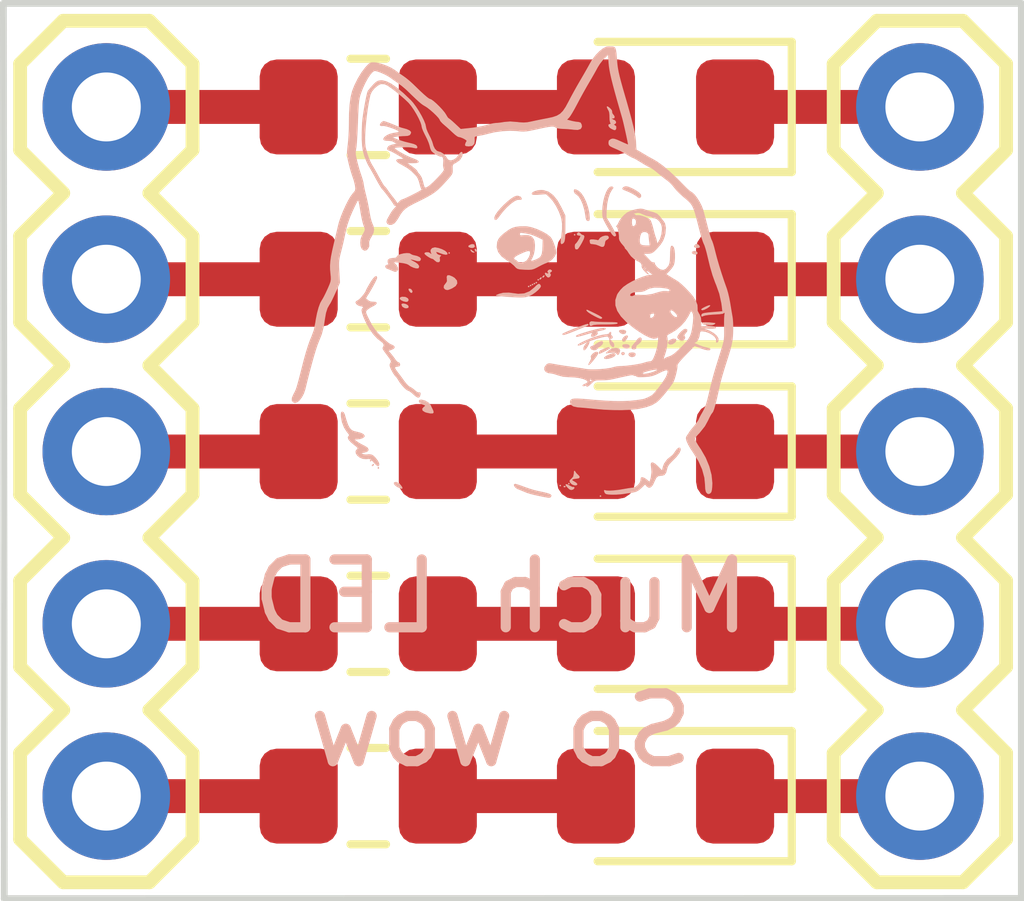
<source format=kicad_pcb>
(kicad_pcb (version 20171130) (host pcbnew 5.1.6)

  (general
    (thickness 1.6)
    (drawings 6)
    (tracks 15)
    (zones 0)
    (modules 13)
    (nets 16)
  )

  (page A4)
  (layers
    (0 F.Cu signal)
    (31 B.Cu signal)
    (32 B.Adhes user)
    (33 F.Adhes user)
    (34 B.Paste user)
    (35 F.Paste user)
    (36 B.SilkS user)
    (37 F.SilkS user)
    (38 B.Mask user)
    (39 F.Mask user)
    (40 Dwgs.User user)
    (41 Cmts.User user)
    (42 Eco1.User user)
    (43 Eco2.User user)
    (44 Edge.Cuts user)
    (45 Margin user)
    (46 B.CrtYd user)
    (47 F.CrtYd user)
    (48 B.Fab user hide)
    (49 F.Fab user hide)
  )

  (setup
    (last_trace_width 0.5)
    (trace_clearance 0.2)
    (zone_clearance 0.508)
    (zone_45_only no)
    (trace_min 0.2)
    (via_size 0.8)
    (via_drill 0.4)
    (via_min_size 0.4)
    (via_min_drill 0.3)
    (uvia_size 0.3)
    (uvia_drill 0.1)
    (uvias_allowed no)
    (uvia_min_size 0.2)
    (uvia_min_drill 0.1)
    (edge_width 0.05)
    (segment_width 0.2)
    (pcb_text_width 0.3)
    (pcb_text_size 1.5 1.5)
    (mod_edge_width 0.12)
    (mod_text_size 1 1)
    (mod_text_width 0.15)
    (pad_size 1.524 1.524)
    (pad_drill 0.762)
    (pad_to_mask_clearance 0.05)
    (aux_axis_origin 0 0)
    (visible_elements FFFFFF7F)
    (pcbplotparams
      (layerselection 0x010fc_ffffffff)
      (usegerberextensions false)
      (usegerberattributes true)
      (usegerberadvancedattributes true)
      (creategerberjobfile true)
      (excludeedgelayer true)
      (linewidth 0.100000)
      (plotframeref false)
      (viasonmask false)
      (mode 1)
      (useauxorigin false)
      (hpglpennumber 1)
      (hpglpenspeed 20)
      (hpglpendiameter 15.000000)
      (psnegative false)
      (psa4output false)
      (plotreference true)
      (plotvalue true)
      (plotinvisibletext false)
      (padsonsilk false)
      (subtractmaskfromsilk false)
      (outputformat 1)
      (mirror false)
      (drillshape 1)
      (scaleselection 1)
      (outputdirectory ""))
  )

  (net 0 "")
  (net 1 "Net-(D4-Pad2)")
  (net 2 "Net-(D4-Pad1)")
  (net 3 "Net-(D5-Pad2)")
  (net 4 "Net-(D5-Pad1)")
  (net 5 "Net-(D6-Pad2)")
  (net 6 "Net-(D6-Pad1)")
  (net 7 "Net-(D7-Pad2)")
  (net 8 "Net-(D7-Pad1)")
  (net 9 "Net-(D8-Pad2)")
  (net 10 "Net-(D8-Pad1)")
  (net 11 "Net-(J1-Pad5)")
  (net 12 "Net-(J1-Pad4)")
  (net 13 "Net-(J1-Pad3)")
  (net 14 "Net-(J1-Pad2)")
  (net 15 "Net-(J1-Pad1)")

  (net_class Default "This is the default net class."
    (clearance 0.2)
    (trace_width 0.5)
    (via_dia 0.8)
    (via_drill 0.4)
    (uvia_dia 0.3)
    (uvia_drill 0.1)
    (add_net "Net-(D4-Pad1)")
    (add_net "Net-(D4-Pad2)")
    (add_net "Net-(D5-Pad1)")
    (add_net "Net-(D5-Pad2)")
    (add_net "Net-(D6-Pad1)")
    (add_net "Net-(D6-Pad2)")
    (add_net "Net-(D7-Pad1)")
    (add_net "Net-(D7-Pad2)")
    (add_net "Net-(D8-Pad1)")
    (add_net "Net-(D8-Pad2)")
    (add_net "Net-(J1-Pad1)")
    (add_net "Net-(J1-Pad2)")
    (add_net "Net-(J1-Pad3)")
    (add_net "Net-(J1-Pad4)")
    (add_net "Net-(J1-Pad5)")
  )

  (module bryan:doge (layer B.Cu) (tedit 0) (tstamp 5F4F6E29)
    (at 99.17176 87.19058 180)
    (fp_text reference G*** (at 0 0) (layer B.SilkS) hide
      (effects (font (size 1.524 1.524) (thickness 0.3)) (justify mirror))
    )
    (fp_text value LOGO (at 0.75 0) (layer B.SilkS) hide
      (effects (font (size 1.524 1.524) (thickness 0.3)) (justify mirror))
    )
    (fp_poly (pts (xy 0.050733 -2.858217) (xy 0.04669 -2.876749) (xy 0.029451 -2.898861) (xy 0.003313 -2.917376)
      (xy -0.004872 -2.920885) (xy -0.051638 -2.939196) (xy -0.091723 -2.956302) (xy -0.140711 -2.975843)
      (xy -0.198997 -2.993643) (xy -0.273416 -3.011602) (xy -0.342596 -3.026052) (xy -0.402944 -3.03796)
      (xy -0.441428 -3.044745) (xy -0.463836 -3.04692) (xy -0.475957 -3.044996) (xy -0.483581 -3.039485)
      (xy -0.484482 -3.038593) (xy -0.494271 -3.020536) (xy -0.482955 -3.004729) (xy -0.448353 -2.98988)
      (xy -0.388284 -2.974695) (xy -0.370417 -2.970975) (xy -0.29537 -2.954939) (xy -0.232023 -2.938931)
      (xy -0.169497 -2.919776) (xy -0.096914 -2.894298) (xy -0.056644 -2.879391) (xy -0.011945 -2.863673)
      (xy 0.023056 -2.853161) (xy 0.037285 -2.850445) (xy 0.050733 -2.858217)) (layer B.SilkS) (width 0.01))
    (fp_poly (pts (xy -1.213556 -3.026834) (xy -1.220612 -3.033889) (xy -1.227667 -3.026834) (xy -1.220612 -3.019778)
      (xy -1.213556 -3.026834)) (layer B.SilkS) (width 0.01))
    (fp_poly (pts (xy -2.34899 -2.336826) (xy -2.326731 -2.367139) (xy -2.302548 -2.402612) (xy -2.28078 -2.427558)
      (xy -2.275343 -2.431815) (xy -2.208343 -2.485071) (xy -2.162245 -2.54842) (xy -2.145903 -2.591209)
      (xy -2.12945 -2.656552) (xy -2.067098 -2.591478) (xy -2.023563 -2.551975) (xy -1.990821 -2.534313)
      (xy -1.970786 -2.538563) (xy -1.965376 -2.564795) (xy -1.969153 -2.587892) (xy -1.977199 -2.670033)
      (xy -1.966238 -2.755208) (xy -1.96009 -2.776622) (xy -1.944973 -2.822745) (xy -1.902737 -2.787206)
      (xy -1.86649 -2.762228) (xy -1.836996 -2.751695) (xy -1.820557 -2.757491) (xy -1.819158 -2.76225)
      (xy -1.816707 -2.783848) (xy -1.814699 -2.801345) (xy -1.800283 -2.835124) (xy -1.770324 -2.869954)
      (xy -1.734297 -2.896855) (xy -1.703276 -2.906892) (xy -1.674527 -2.90947) (xy -1.627705 -2.916263)
      (xy -1.572391 -2.925865) (xy -1.566334 -2.927006) (xy -1.489937 -2.939479) (xy -1.417474 -2.947642)
      (xy -1.355088 -2.951124) (xy -1.308924 -2.949553) (xy -1.28692 -2.943902) (xy -1.27696 -2.943101)
      (xy -1.28156 -2.963996) (xy -1.282342 -2.966146) (xy -1.291505 -2.983486) (xy -1.307648 -2.993546)
      (xy -1.33775 -2.99854) (xy -1.388793 -3.000679) (xy -1.391513 -3.000739) (xy -1.454665 -3.000014)
      (xy -1.518602 -2.995952) (xy -1.559278 -2.990966) (xy -1.617985 -2.981629) (xy -1.679073 -2.972737)
      (xy -1.695903 -2.970478) (xy -1.744856 -2.959007) (xy -1.786686 -2.934929) (xy -1.820091 -2.905489)
      (xy -1.87821 -2.849086) (xy -1.903134 -2.879866) (xy -1.931672 -2.899946) (xy -1.961095 -2.893158)
      (xy -1.989515 -2.860719) (xy -2.013342 -2.808741) (xy -2.038379 -2.75668) (xy -2.070007 -2.729112)
      (xy -2.11282 -2.722377) (xy -2.121036 -2.72299) (xy -2.158197 -2.714278) (xy -2.18397 -2.680032)
      (xy -2.196309 -2.633418) (xy -2.206813 -2.594276) (xy -2.228789 -2.558254) (xy -2.267804 -2.516642)
      (xy -2.275787 -2.509083) (xy -2.33982 -2.443587) (xy -2.380936 -2.388833) (xy -2.398262 -2.346025)
      (xy -2.398796 -2.338917) (xy -2.391796 -2.317261) (xy -2.373645 -2.31717) (xy -2.34899 -2.336826)) (layer B.SilkS) (width 0.01))
    (fp_poly (pts (xy -1.309056 3.594762) (xy -1.261288 3.570676) (xy -1.20869 3.529596) (xy -1.155646 3.475388)
      (xy -1.106538 3.411922) (xy -1.071576 3.354362) (xy -1.046298 3.308181) (xy -1.01105 3.24568)
      (xy -0.970337 3.174765) (xy -0.928665 3.103343) (xy -0.925156 3.097389) (xy -0.880081 3.019392)
      (xy -0.832463 2.934372) (xy -0.788159 2.852927) (xy -0.754834 2.789227) (xy -0.710799 2.707544)
      (xy -0.670464 2.647871) (xy -0.628062 2.605631) (xy -0.577828 2.576246) (xy -0.513995 2.555137)
      (xy -0.440237 2.539448) (xy -0.366588 2.525352) (xy -0.289671 2.5098) (xy -0.222758 2.495498)
      (xy -0.204612 2.491394) (xy -0.142945 2.479428) (xy -0.088583 2.475512) (xy -0.027492 2.479109)
      (xy 0.007823 2.48328) (xy 0.110099 2.490882) (xy 0.193471 2.484314) (xy 0.196721 2.483713)
      (xy 0.249379 2.475371) (xy 0.298512 2.470232) (xy 0.317587 2.469444) (xy 0.35521 2.465076)
      (xy 0.407077 2.45372) (xy 0.453245 2.440511) (xy 0.507756 2.42625) (xy 0.578812 2.412147)
      (xy 0.654804 2.400371) (xy 0.691444 2.395989) (xy 0.839611 2.380401) (xy 0.924277 2.459891)
      (xy 0.964531 2.496621) (xy 0.997179 2.524444) (xy 1.016715 2.538733) (xy 1.01924 2.539691)
      (xy 1.031428 2.551272) (xy 1.049649 2.579936) (xy 1.056597 2.592916) (xy 1.078779 2.62644)
      (xy 1.11359 2.668373) (xy 1.155739 2.713501) (xy 1.199935 2.756612) (xy 1.240887 2.792493)
      (xy 1.273303 2.815931) (xy 1.289337 2.822222) (xy 1.307134 2.829445) (xy 1.337971 2.851959)
      (xy 1.383302 2.891034) (xy 1.444581 2.947938) (xy 1.523262 3.02394) (xy 1.545166 3.045428)
      (xy 1.594406 3.090276) (xy 1.649021 3.13473) (xy 1.686277 3.161682) (xy 1.735328 3.195264)
      (xy 1.783534 3.229843) (xy 1.806222 3.246932) (xy 1.861518 3.281664) (xy 1.932148 3.31464)
      (xy 2.007463 3.341805) (xy 2.076817 3.359104) (xy 2.111153 3.363061) (xy 2.146124 3.362976)
      (xy 2.171767 3.356465) (xy 2.196263 3.338958) (xy 2.227792 3.305882) (xy 2.241746 3.290074)
      (xy 2.297225 3.216636) (xy 2.352134 3.126077) (xy 2.400594 3.028994) (xy 2.434715 2.942166)
      (xy 2.456263 2.85466) (xy 2.471454 2.743243) (xy 2.47992 2.611584) (xy 2.481461 2.4765)
      (xy 2.482452 2.389955) (xy 2.486599 2.294525) (xy 2.493165 2.204408) (xy 2.498052 2.158024)
      (xy 2.50602 2.088715) (xy 2.509472 2.03731) (xy 2.507961 1.993785) (xy 2.501044 1.948116)
      (xy 2.488273 1.890281) (xy 2.485657 1.879231) (xy 2.468623 1.812514) (xy 2.450024 1.747455)
      (xy 2.433075 1.695089) (xy 2.428135 1.681821) (xy 2.409435 1.625389) (xy 2.394603 1.56523)
      (xy 2.391344 1.546822) (xy 2.386816 1.503951) (xy 2.392135 1.475664) (xy 2.411142 1.448968)
      (xy 2.424459 1.434764) (xy 2.455365 1.394028) (xy 2.491439 1.332881) (xy 2.52964 1.257917)
      (xy 2.566926 1.175726) (xy 2.600257 1.0929) (xy 2.626592 1.016032) (xy 2.639279 0.969106)
      (xy 2.654315 0.904168) (xy 2.67307 0.824276) (xy 2.692608 0.741902) (xy 2.702997 0.6985)
      (xy 2.727853 0.590695) (xy 2.745071 0.503739) (xy 2.75536 0.431521) (xy 2.759431 0.36793)
      (xy 2.757991 0.306856) (xy 2.753866 0.260319) (xy 2.7486 0.208221) (xy 2.747546 0.169888)
      (xy 2.752361 0.136356) (xy 2.764703 0.09866) (xy 2.786228 0.047834) (xy 2.798071 0.021166)
      (xy 2.825235 -0.037412) (xy 2.851237 -0.089297) (xy 2.87217 -0.126866) (xy 2.879857 -0.138347)
      (xy 2.90451 -0.182602) (xy 2.928812 -0.248794) (xy 2.950945 -0.330679) (xy 2.969088 -0.42201)
      (xy 2.975971 -0.468313) (xy 2.998392 -0.581094) (xy 3.036307 -0.683798) (xy 3.04111 -0.69409)
      (xy 3.061937 -0.744829) (xy 3.086719 -0.816137) (xy 3.113235 -0.901047) (xy 3.139261 -0.99259)
      (xy 3.15281 -1.044223) (xy 3.182317 -1.160273) (xy 3.20595 -1.252419) (xy 3.224753 -1.324118)
      (xy 3.23977 -1.378826) (xy 3.252046 -1.42) (xy 3.262624 -1.451097) (xy 3.272549 -1.475575)
      (xy 3.282863 -1.496889) (xy 3.294612 -1.518497) (xy 3.297724 -1.524043) (xy 3.322033 -1.579266)
      (xy 3.323537 -1.618422) (xy 3.302152 -1.642183) (xy 3.28217 -1.648638) (xy 3.251145 -1.641497)
      (xy 3.216439 -1.612894) (xy 3.182387 -1.568429) (xy 3.153321 -1.5137) (xy 3.134339 -1.457583)
      (xy 3.10026 -1.318865) (xy 3.066395 -1.186982) (xy 3.033712 -1.065358) (xy 3.003181 -0.957414)
      (xy 2.975771 -0.866574) (xy 2.952453 -0.79626) (xy 2.934196 -0.749895) (xy 2.933363 -0.748119)
      (xy 2.889988 -0.639927) (xy 2.860037 -0.523425) (xy 2.843146 -0.410545) (xy 2.828301 -0.325499)
      (xy 2.805258 -0.253625) (xy 2.776339 -0.201943) (xy 2.772693 -0.197556) (xy 2.759731 -0.176585)
      (xy 2.738681 -0.135847) (xy 2.712608 -0.081498) (xy 2.688353 -0.028223) (xy 2.62251 0.119944)
      (xy 2.632001 0.282389) (xy 2.635662 0.357263) (xy 2.635853 0.413916) (xy 2.63168 0.462234)
      (xy 2.622251 0.512101) (xy 2.606672 0.573402) (xy 2.605234 0.578723) (xy 2.585615 0.655834)
      (xy 2.564772 0.745238) (xy 2.546273 0.831416) (xy 2.540904 0.858504) (xy 2.512825 0.974245)
      (xy 2.471777 1.091278) (xy 2.439917 1.16572) (xy 2.411255 1.227701) (xy 2.385905 1.279875)
      (xy 2.366479 1.317049) (xy 2.355587 1.334029) (xy 2.355136 1.334377) (xy 2.34875 1.335687)
      (xy 2.342948 1.328345) (xy 2.33675 1.308422) (xy 2.329178 1.271992) (xy 2.319255 1.215127)
      (xy 2.307467 1.143) (xy 2.295359 1.077569) (xy 2.281345 1.016508) (xy 2.267753 0.969507)
      (xy 2.262556 0.955893) (xy 2.250818 0.927065) (xy 2.247049 0.904381) (xy 2.252875 0.879845)
      (xy 2.269924 0.84546) (xy 2.293406 0.804333) (xy 2.309094 0.760163) (xy 2.314133 0.707808)
      (xy 2.308807 0.657996) (xy 2.2934 0.621458) (xy 2.288416 0.61602) (xy 2.257733 0.595503)
      (xy 2.231755 0.599689) (xy 2.208735 0.620506) (xy 2.190254 0.658278) (xy 2.191749 0.689384)
      (xy 2.191864 0.724713) (xy 2.176169 0.76564) (xy 2.158311 0.79609) (xy 2.127802 0.854084)
      (xy 2.118484 0.903988) (xy 2.129559 0.955398) (xy 2.142565 0.984812) (xy 2.156877 1.023805)
      (xy 2.171534 1.080102) (xy 2.183824 1.142951) (xy 2.186017 1.157111) (xy 2.198319 1.229177)
      (xy 2.215212 1.312798) (xy 2.233501 1.392403) (xy 2.237729 1.409128) (xy 2.252649 1.469738)
      (xy 2.264333 1.522757) (xy 2.27113 1.560406) (xy 2.272186 1.571406) (xy 2.276929 1.599273)
      (xy 2.289126 1.644158) (xy 2.306213 1.696694) (xy 2.307516 1.700389) (xy 2.337282 1.792465)
      (xy 2.363897 1.889756) (xy 2.383909 1.979216) (xy 2.389062 2.008435) (xy 2.38985 2.049908)
      (xy 2.383191 2.096763) (xy 2.38237 2.100157) (xy 2.37815 2.12891) (xy 2.373466 2.181126)
      (xy 2.368623 2.252057) (xy 2.363926 2.336955) (xy 2.359682 2.431072) (xy 2.357704 2.483555)
      (xy 2.353549 2.593645) (xy 2.349447 2.679923) (xy 2.344956 2.746795) (xy 2.339629 2.798666)
      (xy 2.333022 2.839943) (xy 2.324691 2.87503) (xy 2.315118 2.905643) (xy 2.282564 2.990543)
      (xy 2.245733 3.069676) (xy 2.207192 3.138889) (xy 2.169503 3.19403) (xy 2.135233 3.230945)
      (xy 2.106946 3.245483) (xy 2.10517 3.245555) (xy 2.071054 3.238929) (xy 2.021867 3.221673)
      (xy 1.966713 3.19772) (xy 1.914696 3.171004) (xy 1.876777 3.146873) (xy 1.836196 3.117328)
      (xy 1.786175 3.08216) (xy 1.756833 3.062058) (xy 1.705854 3.02415) (xy 1.650986 2.978236)
      (xy 1.62047 2.950033) (xy 1.549535 2.881058) (xy 1.495002 2.829052) (xy 1.453377 2.790968)
      (xy 1.421168 2.763757) (xy 1.39488 2.744372) (xy 1.37102 2.729764) (xy 1.363065 2.725463)
      (xy 1.327736 2.702628) (xy 1.284699 2.66879) (xy 1.239451 2.629106) (xy 1.197486 2.588734)
      (xy 1.164302 2.55283) (xy 1.145392 2.52655) (xy 1.143 2.518968) (xy 1.132853 2.500644)
      (xy 1.106752 2.472556) (xy 1.083027 2.451465) (xy 1.038685 2.413228) (xy 0.987937 2.367232)
      (xy 0.955779 2.336876) (xy 0.918553 2.303577) (xy 0.887089 2.28014) (xy 0.869126 2.271889)
      (xy 0.840729 2.266375) (xy 0.806006 2.252756) (xy 0.773259 2.235411) (xy 0.750795 2.218722)
      (xy 0.74669 2.207296) (xy 0.760539 2.183775) (xy 0.767683 2.164849) (xy 0.770131 2.145829)
      (xy 0.757854 2.136779) (xy 0.724389 2.133386) (xy 0.720313 2.133218) (xy 0.672717 2.139781)
      (xy 0.645162 2.165107) (xy 0.636308 2.210825) (xy 0.637557 2.233774) (xy 0.63864 2.260798)
      (xy 0.630261 2.275365) (xy 0.605588 2.28335) (xy 0.57419 2.288282) (xy 0.518077 2.298636)
      (xy 0.456045 2.313352) (xy 0.433079 2.319762) (xy 0.335101 2.342337) (xy 0.224789 2.35721)
      (xy 0.114211 2.36332) (xy 0.015433 2.359603) (xy 0.0004 2.357881) (xy -0.046338 2.352804)
      (xy -0.087313 2.35147) (xy -0.129956 2.354594) (xy -0.181701 2.362891) (xy -0.249979 2.377078)
      (xy -0.288665 2.385706) (xy -0.378992 2.405446) (xy -0.44609 2.418327) (xy -0.494013 2.424709)
      (xy -0.526814 2.424954) (xy -0.548547 2.419423) (xy -0.561771 2.410029) (xy -0.584196 2.400745)
      (xy -0.625192 2.393892) (xy -0.666899 2.391273) (xy -0.729005 2.388458) (xy -0.792714 2.383057)
      (xy -0.8255 2.378959) (xy -0.886993 2.376108) (xy -0.926237 2.389139) (xy -0.942583 2.417671)
      (xy -0.940201 2.446082) (xy -0.925552 2.47503) (xy -0.895866 2.484075) (xy -0.892259 2.484178)
      (xy -0.855 2.488207) (xy -0.806489 2.497621) (xy -0.78697 2.502413) (xy -0.720218 2.520025)
      (xy -0.753986 2.554707) (xy -0.773332 2.580428) (xy -0.80147 2.625285) (xy -0.834714 2.683099)
      (xy -0.869381 2.747691) (xy -0.871435 2.751666) (xy -0.91488 2.833758) (xy -0.965552 2.926202)
      (xy -1.016123 3.01576) (xy -1.047251 3.069166) (xy -1.08636 3.135871) (xy -1.123773 3.201119)
      (xy -1.155121 3.257207) (xy -1.175283 3.294944) (xy -1.206933 3.34601) (xy -1.248634 3.399467)
      (xy -1.273856 3.426435) (xy -1.336532 3.487371) (xy -1.344323 3.362935) (xy -1.34862 3.316479)
      (xy -1.356436 3.263304) (xy -1.368422 3.200766) (xy -1.385229 3.12622) (xy -1.407506 3.037023)
      (xy -1.435905 2.93053) (xy -1.471075 2.804096) (xy -1.513667 2.655077) (xy -1.544998 2.547055)
      (xy -1.554315 2.511858) (xy -1.56667 2.460787) (xy -1.580768 2.399749) (xy -1.595317 2.334648)
      (xy -1.609024 2.271392) (xy -1.620595 2.215887) (xy -1.628736 2.174038) (xy -1.632155 2.151751)
      (xy -1.632013 2.149681) (xy -1.619159 2.154099) (xy -1.58672 2.167836) (xy -1.540706 2.188315)
      (xy -1.520168 2.197668) (xy -1.464465 2.222191) (xy -1.427022 2.235324) (xy -1.401038 2.238649)
      (xy -1.37971 2.233751) (xy -1.374603 2.231562) (xy -1.347789 2.211582) (xy -1.342852 2.180756)
      (xy -1.343158 2.177943) (xy -1.34642 2.158558) (xy -1.35413 2.144058) (xy -1.371452 2.130674)
      (xy -1.40355 2.114633) (xy -1.455589 2.092166) (xy -1.467556 2.087113) (xy -1.526282 2.059309)
      (xy -1.588746 2.025256) (xy -1.617183 2.007904) (xy -1.657491 1.983214) (xy -1.688893 1.966365)
      (xy -1.702427 1.961444) (xy -1.719463 1.954331) (xy -1.754171 1.935253) (xy -1.800546 1.907601)
      (xy -1.827389 1.890889) (xy -1.877772 1.860062) (xy -1.919967 1.836066) (xy -1.947833 1.822309)
      (xy -1.954594 1.820333) (xy -1.971687 1.811749) (xy -2.004239 1.7888) (xy -2.046459 1.755692)
      (xy -2.066362 1.739194) (xy -2.116531 1.697863) (xy -2.164804 1.659686) (xy -2.202686 1.631341)
      (xy -2.210533 1.625901) (xy -2.246584 1.59547) (xy -2.286087 1.553047) (xy -2.306401 1.527124)
      (xy -2.340405 1.486511) (xy -2.38807 1.437844) (xy -2.440515 1.390049) (xy -2.454375 1.378425)
      (xy -2.495826 1.343934) (xy -2.528631 1.313944) (xy -2.554822 1.284282) (xy -2.576432 1.250778)
      (xy -2.595493 1.209259) (xy -2.614037 1.155553) (xy -2.634097 1.085487) (xy -2.657704 0.99489)
      (xy -2.675595 0.924277) (xy -2.695053 0.850716) (xy -2.714118 0.784734) (xy -2.730945 0.732311)
      (xy -2.743691 0.699422) (xy -2.746651 0.69393) (xy -2.758328 0.667025) (xy -2.773499 0.619696)
      (xy -2.790004 0.55917) (xy -2.802533 0.506926) (xy -2.838989 0.356908) (xy -2.875523 0.231093)
      (xy -2.913345 0.125481) (xy -2.92969 0.086674) (xy -2.975233 -0.04122) (xy -3.006044 -0.182171)
      (xy -3.012154 -0.227163) (xy -3.021274 -0.30616) (xy -2.868939 -0.318886) (xy -2.800587 -0.325196)
      (xy -2.755534 -0.331289) (xy -2.72889 -0.338365) (xy -2.715769 -0.347623) (xy -2.711709 -0.357477)
      (xy -2.711418 -0.37481) (xy -2.725329 -0.37306) (xy -2.737435 -0.366954) (xy -2.764552 -0.359259)
      (xy -2.811858 -0.352228) (xy -2.87132 -0.346909) (xy -2.9045 -0.345163) (xy -2.976651 -0.340716)
      (xy -3.020884 -0.334205) (xy -3.037091 -0.325647) (xy -3.037068 -0.324053) (xy -3.041987 -0.315063)
      (xy -3.047881 -0.317426) (xy -3.055597 -0.335254) (xy -3.053085 -0.341856) (xy -3.049761 -0.361093)
      (xy -3.047457 -0.402699) (xy -3.046357 -0.460833) (xy -3.046647 -0.529655) (xy -3.04682 -0.540432)
      (xy -3.0478 -0.614943) (xy -3.046848 -0.671423) (xy -3.042677 -0.718437) (xy -3.034006 -0.764547)
      (xy -3.019549 -0.818319) (xy -2.998023 -0.888316) (xy -2.991613 -0.908634) (xy -2.953571 -1.029861)
      (xy -2.922789 -1.130127) (xy -2.897637 -1.215256) (xy -2.876485 -1.291072) (xy -2.857703 -1.363399)
      (xy -2.83966 -1.438062) (xy -2.822679 -1.512191) (xy -2.799894 -1.606688) (xy -2.778486 -1.67942)
      (xy -2.756353 -1.736628) (xy -2.731394 -1.784553) (xy -2.73041 -1.786195) (xy -2.703774 -1.832557)
      (xy -2.682721 -1.873072) (xy -2.672617 -1.896782) (xy -2.659284 -1.921631) (xy -2.632519 -1.959511)
      (xy -2.597892 -2.002588) (xy -2.594805 -2.006192) (xy -2.561612 -2.045877) (xy -2.537179 -2.077266)
      (xy -2.526112 -2.094397) (xy -2.525889 -2.095394) (xy -2.517063 -2.111666) (xy -2.504723 -2.125738)
      (xy -2.487006 -2.156078) (xy -2.483556 -2.174681) (xy -2.492035 -2.211758) (xy -2.515315 -2.264181)
      (xy -2.550157 -2.325591) (xy -2.592126 -2.387983) (xy -2.667096 -2.507503) (xy -2.722375 -2.631328)
      (xy -2.755903 -2.753888) (xy -2.765778 -2.857192) (xy -2.768999 -2.923919) (xy -2.779486 -2.966294)
      (xy -2.798479 -2.987537) (xy -2.817493 -2.991556) (xy -2.837788 -2.980445) (xy -2.849948 -2.964261)
      (xy -2.857176 -2.937003) (xy -2.86234 -2.891202) (xy -2.864374 -2.836521) (xy -2.864374 -2.833734)
      (xy -2.852574 -2.715584) (xy -2.819217 -2.58964) (xy -2.766775 -2.462909) (xy -2.697717 -2.342399)
      (xy -2.684086 -2.322441) (xy -2.654126 -2.276928) (xy -2.628932 -2.233834) (xy -2.618181 -2.212032)
      (xy -2.610626 -2.190224) (xy -2.611616 -2.171725) (xy -2.624339 -2.150114) (xy -2.651983 -2.118975)
      (xy -2.677509 -2.092585) (xy -2.755706 -1.993986) (xy -2.800618 -1.912038) (xy -2.824315 -1.862791)
      (xy -2.84532 -1.823998) (xy -2.859818 -1.802588) (xy -2.861831 -1.800851) (xy -2.875199 -1.782509)
      (xy -2.891118 -1.741676) (xy -2.909996 -1.676963) (xy -2.932242 -1.586986) (xy -2.955824 -1.481667)
      (xy -2.969351 -1.41985) (xy -2.981485 -1.366938) (xy -2.993672 -1.317804) (xy -3.007357 -1.26732)
      (xy -3.023985 -1.210358) (xy -3.045001 -1.141791) (xy -3.071852 -1.056491) (xy -3.104969 -0.9525)
      (xy -3.131402 -0.866079) (xy -3.149411 -0.796371) (xy -3.160887 -0.733816) (xy -3.16772 -0.668858)
      (xy -3.170564 -0.620889) (xy -3.172095 -0.547742) (xy -3.170368 -0.474519) (xy -3.165776 -0.412399)
      (xy -3.162362 -0.388056) (xy -3.15285 -0.333601) (xy -3.141098 -0.264072) (xy -3.129262 -0.192272)
      (xy -3.126274 -0.173799) (xy -3.113042 -0.103954) (xy -3.09639 -0.033345) (xy -3.079377 0.025396)
      (xy -3.075013 0.037868) (xy -3.037873 0.142469) (xy -3.00003 0.256701) (xy -2.964188 0.371839)
      (xy -2.933055 0.479159) (xy -2.909337 0.569937) (xy -2.907293 0.578555) (xy -2.891788 0.639804)
      (xy -2.876179 0.693146) (xy -2.862838 0.730808) (xy -2.857475 0.741792) (xy -2.846997 0.766417)
      (xy -2.832002 0.812044) (xy -2.814473 0.872211) (xy -2.796396 0.940456) (xy -2.796005 0.942009)
      (xy -2.776966 1.016645) (xy -2.757921 1.089576) (xy -2.741214 1.151916) (xy -2.730201 1.191331)
      (xy -2.708627 1.248327) (xy -2.677559 1.309234) (xy -2.641531 1.366982) (xy -2.605079 1.4145)
      (xy -2.572736 1.444717) (xy -2.564818 1.449213) (xy -2.537338 1.467459) (xy -2.50062 1.498962)
      (xy -2.473403 1.525788) (xy -2.348027 1.653335) (xy -2.236538 1.758059) (xy -2.137737 1.840986)
      (xy -2.050429 1.903146) (xy -1.999901 1.932572) (xy -1.946617 1.961736) (xy -1.885165 1.997101)
      (xy -1.842331 2.022795) (xy -1.799604 2.048415) (xy -1.766829 2.066867) (xy -1.750825 2.074318)
      (xy -1.750608 2.074333) (xy -1.746243 2.08713) (xy -1.743049 2.12027) (xy -1.741911 2.155472)
      (xy -1.73932 2.206911) (xy -1.732076 2.266393) (xy -1.719523 2.336804) (xy -1.701 2.421032)
      (xy -1.67585 2.521961) (xy -1.643414 2.642478) (xy -1.603034 2.78547) (xy -1.580166 2.864555)
      (xy -1.546028 2.983065) (xy -1.519278 3.079267) (xy -1.4989 3.157795) (xy -1.483875 3.223283)
      (xy -1.473187 3.280366) (xy -1.465817 3.333675) (xy -1.460748 3.387846) (xy -1.458694 3.417723)
      (xy -1.452899 3.493058) (xy -1.445572 3.544372) (xy -1.43514 3.575869) (xy -1.420032 3.591749)
      (xy -1.398676 3.596216) (xy -1.391979 3.596031) (xy -1.360918 3.596204) (xy -1.347612 3.597984)
      (xy -1.309056 3.594762)) (layer B.SilkS) (width 0.01))
    (fp_poly (pts (xy -0.715457 -2.871835) (xy -0.738696 -2.898978) (xy -0.767226 -2.924675) (xy -0.788336 -2.932616)
      (xy -0.81283 -2.926599) (xy -0.814917 -2.925766) (xy -0.831285 -2.909557) (xy -0.832556 -2.903361)
      (xy -0.826598 -2.895026) (xy -0.823336 -2.897295) (xy -0.80676 -2.896443) (xy -0.776697 -2.883038)
      (xy -0.766149 -2.87687) (xy -0.729081 -2.857677) (xy -0.711625 -2.856449) (xy -0.715457 -2.871835)) (layer B.SilkS) (width 0.01))
    (fp_poly (pts (xy 1.81764 -2.828499) (xy 1.819014 -2.844204) (xy 1.80342 -2.86529) (xy 1.77452 -2.88726)
      (xy 1.735972 -2.905619) (xy 1.725266 -2.909115) (xy 1.703391 -2.913385) (xy 1.702772 -2.902401)
      (xy 1.709932 -2.887981) (xy 1.742929 -2.845705) (xy 1.782916 -2.824234) (xy 1.795638 -2.822671)
      (xy 1.81764 -2.828499)) (layer B.SilkS) (width 0.01))
    (fp_poly (pts (xy -0.682038 -2.883371) (xy -0.683975 -2.89176) (xy -0.691445 -2.892778) (xy -0.70306 -2.887615)
      (xy -0.700852 -2.883371) (xy -0.684106 -2.881682) (xy -0.682038 -2.883371)) (layer B.SilkS) (width 0.01))
    (fp_poly (pts (xy -0.620889 -2.871611) (xy -0.627945 -2.878667) (xy -0.635 -2.871611) (xy -0.627945 -2.864556)
      (xy -0.620889 -2.871611)) (layer B.SilkS) (width 0.01))
    (fp_poly (pts (xy -0.834196 -2.664559) (xy -0.832985 -2.694692) (xy -0.823052 -2.741611) (xy -0.79682 -2.772304)
      (xy -0.773415 -2.79375) (xy -0.770315 -2.810612) (xy -0.783509 -2.832806) (xy -0.806258 -2.852201)
      (xy -0.835626 -2.863372) (xy -0.86173 -2.864372) (xy -0.874686 -2.853253) (xy -0.874889 -2.850807)
      (xy -0.86356 -2.835798) (xy -0.835763 -2.816922) (xy -0.830501 -2.814104) (xy -0.802839 -2.796932)
      (xy -0.799076 -2.784633) (xy -0.805807 -2.77868) (xy -0.834489 -2.769057) (xy -0.863473 -2.765994)
      (xy -0.898635 -2.76004) (xy -0.91021 -2.744978) (xy -0.896067 -2.724219) (xy -0.891677 -2.720882)
      (xy -0.862716 -2.692658) (xy -0.849537 -2.674056) (xy -0.838852 -2.658397) (xy -0.834196 -2.664559)) (layer B.SilkS) (width 0.01))
    (fp_poly (pts (xy -0.747889 -2.843389) (xy -0.754945 -2.850445) (xy -0.762 -2.843389) (xy -0.754945 -2.836334)
      (xy -0.747889 -2.843389)) (layer B.SilkS) (width 0.01))
    (fp_poly (pts (xy 2.055518 -2.601148) (xy 2.057207 -2.617895) (xy 2.055518 -2.619963) (xy 2.047129 -2.618026)
      (xy 2.046111 -2.610556) (xy 2.051274 -2.598941) (xy 2.055518 -2.601148)) (layer B.SilkS) (width 0.01))
    (fp_poly (pts (xy 2.595139 -1.791584) (xy 2.600014 -1.814975) (xy 2.598975 -1.855611) (xy 2.584385 -1.936382)
      (xy 2.55379 -2.015142) (xy 2.511976 -2.080208) (xy 2.502808 -2.090425) (xy 2.48087 -2.119477)
      (xy 2.481349 -2.136374) (xy 2.482398 -2.137118) (xy 2.498323 -2.159918) (xy 2.488451 -2.191744)
      (xy 2.453336 -2.231524) (xy 2.418695 -2.260043) (xy 2.378035 -2.291762) (xy 2.357256 -2.311942)
      (xy 2.353094 -2.325197) (xy 2.362285 -2.336137) (xy 2.363961 -2.33739) (xy 2.383078 -2.364386)
      (xy 2.379963 -2.395964) (xy 2.359099 -2.427615) (xy 2.32497 -2.454832) (xy 2.282062 -2.473103)
      (xy 2.234858 -2.477919) (xy 2.225255 -2.476865) (xy 2.191953 -2.474188) (xy 2.167272 -2.481486)
      (xy 2.141168 -2.503438) (xy 2.120635 -2.525599) (xy 2.085201 -2.562779) (xy 2.062683 -2.579353)
      (xy 2.049089 -2.577315) (xy 2.042324 -2.564695) (xy 2.046146 -2.540176) (xy 2.065053 -2.505221)
      (xy 2.092887 -2.467973) (xy 2.123492 -2.43658) (xy 2.15071 -2.419185) (xy 2.152766 -2.418589)
      (xy 2.192209 -2.414673) (xy 2.217185 -2.417544) (xy 2.252303 -2.418094) (xy 2.283986 -2.409988)
      (xy 2.305747 -2.400207) (xy 2.30731 -2.393806) (xy 2.285807 -2.387228) (xy 2.261305 -2.38186)
      (xy 2.221513 -2.369994) (xy 2.203847 -2.354304) (xy 2.201333 -2.341113) (xy 2.213119 -2.316128)
      (xy 2.25011 -2.29204) (xy 2.261305 -2.28689) (xy 2.311602 -2.26116) (xy 2.36059 -2.230617)
      (xy 2.36988 -2.223892) (xy 2.418483 -2.187223) (xy 2.374326 -2.187223) (xy 2.3253 -2.182084)
      (xy 2.284935 -2.168767) (xy 2.261071 -2.150417) (xy 2.257777 -2.140448) (xy 2.271205 -2.118993)
      (xy 2.308762 -2.099219) (xy 2.366354 -2.083133) (xy 2.379993 -2.080521) (xy 2.420239 -2.070101)
      (xy 2.452193 -2.052334) (xy 2.478517 -2.023195) (xy 2.501875 -1.978663) (xy 2.524929 -1.914715)
      (xy 2.550344 -1.82733) (xy 2.552252 -1.820334) (xy 2.566539 -1.793872) (xy 2.582673 -1.785056)
      (xy 2.595139 -1.791584)) (layer B.SilkS) (width 0.01))
    (fp_poly (pts (xy 2.128597 -2.559819) (xy 2.143627 -2.572937) (xy 2.144888 -2.576111) (xy 2.138192 -2.581911)
      (xy 2.124249 -2.568915) (xy 2.122374 -2.566042) (xy 2.120711 -2.556386) (xy 2.128597 -2.559819)) (layer B.SilkS) (width 0.01))
    (fp_poly (pts (xy 2.173111 -2.504723) (xy 2.166055 -2.511778) (xy 2.159 -2.504723) (xy 2.166055 -2.497667)
      (xy 2.173111 -2.504723)) (layer B.SilkS) (width 0.01))
    (fp_poly (pts (xy 1.44834 -1.61602) (xy 1.450776 -1.633463) (xy 1.435529 -1.654078) (xy 1.405018 -1.670942)
      (xy 1.403918 -1.671309) (xy 1.368264 -1.683905) (xy 1.356547 -1.6934) (xy 1.365786 -1.705178)
      (xy 1.379621 -1.715211) (xy 1.401299 -1.740271) (xy 1.395837 -1.764105) (xy 1.364301 -1.784504)
      (xy 1.342679 -1.791757) (xy 1.285827 -1.80414) (xy 1.251848 -1.803565) (xy 1.241777 -1.79192)
      (xy 1.247697 -1.768124) (xy 1.254242 -1.753114) (xy 1.269279 -1.722595) (xy 1.285992 -1.687624)
      (xy 1.316789 -1.650393) (xy 1.364469 -1.622049) (xy 1.417808 -1.60893) (xy 1.425803 -1.608667)
      (xy 1.44834 -1.61602)) (layer B.SilkS) (width 0.01))
    (fp_poly (pts (xy -1.766426 1.200979) (xy -1.724633 1.192086) (xy -1.66232 1.174441) (xy -1.615896 1.151266)
      (xy -1.573036 1.116366) (xy -1.571962 1.115346) (xy -1.535356 1.075244) (xy -1.505628 1.033574)
      (xy -1.495152 1.013409) (xy -1.478474 0.979153) (xy -1.462808 0.957443) (xy -1.461302 0.956244)
      (xy -1.454668 0.94702) (xy -1.46221 0.94566) (xy -1.472138 0.932889) (xy -1.482372 0.900542)
      (xy -1.491194 0.857194) (xy -1.496891 0.81142) (xy -1.497746 0.771795) (xy -1.497546 0.769055)
      (xy -1.505318 0.742829) (xy -1.527724 0.707512) (xy -1.544163 0.687916) (xy -1.569905 0.658167)
      (xy -1.583284 0.638766) (xy -1.583253 0.634551) (xy -1.584352 0.627355) (xy -1.595915 0.616912)
      (xy -1.617978 0.592592) (xy -1.640244 0.557513) (xy -1.640945 0.55617) (xy -1.674403 0.511049)
      (xy -1.722621 0.468003) (xy -1.773709 0.437106) (xy -1.787862 0.431697) (xy -1.8169 0.411065)
      (xy -1.832387 0.378896) (xy -1.831404 0.357493) (xy -1.837176 0.337909) (xy -1.857831 0.308037)
      (xy -1.88694 0.276085) (xy -1.912148 0.254427) (xy -1.925872 0.245962) (xy -1.920229 0.255625)
      (xy -1.906069 0.272066) (xy -1.886981 0.296692) (xy -1.882411 0.309791) (xy -1.884071 0.310444)
      (xy -1.884036 0.317335) (xy -1.868892 0.331162) (xy -1.853875 0.346608) (xy -1.857412 0.352329)
      (xy -1.878163 0.34397) (xy -1.894425 0.325307) (xy -1.89699 0.30764) (xy -1.895471 0.305618)
      (xy -1.89733 0.29724) (xy -1.904139 0.296333) (xy -1.925524 0.287774) (xy -1.956759 0.266446)
      (xy -1.966463 0.258516) (xy -1.988557 0.237547) (xy -1.993229 0.22816) (xy -1.988665 0.228881)
      (xy -1.952563 0.230942) (xy -1.898601 0.220118) (xy -1.832628 0.19883) (xy -1.760496 0.169499)
      (xy -1.688056 0.134546) (xy -1.621157 0.096392) (xy -1.565651 0.057457) (xy -1.556991 0.05027)
      (xy -1.516205 0.008266) (xy -1.480429 -0.040227) (xy -1.468797 -0.060938) (xy -1.444228 -0.137902)
      (xy -1.445236 -0.215484) (xy -1.47223 -0.294369) (xy -1.52562 -0.375246) (xy -1.605815 -0.4588)
      (xy -1.713226 -0.54572) (xy -1.789716 -0.598983) (xy -1.877825 -0.653431) (xy -1.948254 -0.687693)
      (xy -2.002504 -0.702281) (xy -2.04208 -0.697707) (xy -2.055523 -0.689516) (xy -2.06773 -0.681642)
      (xy -2.073779 -0.68711) (xy -2.074702 -0.710701) (xy -2.071526 -0.757196) (xy -2.07113 -0.762)
      (xy -2.06116 -0.825489) (xy -2.043025 -0.896856) (xy -2.025095 -0.948973) (xy -2.003265 -0.999549)
      (xy -1.985978 -1.02866) (xy -1.969153 -1.041711) (xy -1.953174 -1.044223) (xy -1.917775 -1.049086)
      (xy -1.87395 -1.061052) (xy -1.866481 -1.063671) (xy -1.821895 -1.075919) (xy -1.758203 -1.088386)
      (xy -1.684477 -1.099758) (xy -1.609792 -1.10872) (xy -1.54322 -1.11396) (xy -1.513603 -1.114778)
      (xy -1.466745 -1.118067) (xy -1.425937 -1.126177) (xy -1.420122 -1.128146) (xy -1.370694 -1.141176)
      (xy -1.301996 -1.151839) (xy -1.222927 -1.1595) (xy -1.142386 -1.163525) (xy -1.069271 -1.163277)
      (xy -1.012482 -1.158124) (xy -1.008945 -1.157487) (xy -0.957232 -1.148542) (xy -0.888615 -1.137817)
      (xy -0.814198 -1.127014) (xy -0.776112 -1.121826) (xy -0.702615 -1.111496) (xy -0.628531 -1.100094)
      (xy -0.5652 -1.089406) (xy -0.540217 -1.084709) (xy -0.491009 -1.075854) (xy -0.46061 -1.074215)
      (xy -0.440385 -1.080423) (xy -0.4238 -1.093189) (xy -0.398157 -1.129886) (xy -0.39755 -1.165508)
      (xy -0.41915 -1.194521) (xy -0.460125 -1.211394) (xy -0.485384 -1.213556) (xy -0.518911 -1.2187)
      (xy -0.565139 -1.231834) (xy -0.592667 -1.241778) (xy -0.670457 -1.262802) (xy -0.76519 -1.269982)
      (xy -0.770934 -1.27) (xy -0.844568 -1.273367) (xy -0.910646 -1.282524) (xy -0.965939 -1.296058)
      (xy -1.007215 -1.312558) (xy -1.031244 -1.330608) (xy -1.034793 -1.348798) (xy -1.014633 -1.365713)
      (xy -1.001747 -1.370942) (xy -0.972495 -1.384619) (xy -0.959587 -1.397541) (xy -0.959556 -1.398031)
      (xy -0.970685 -1.402723) (xy -0.99564 -1.396694) (xy -1.020891 -1.38999) (xy -1.02303 -1.397043)
      (xy -1.018221 -1.411368) (xy -1.029634 -1.409233) (xy -1.052631 -1.393191) (xy -1.082577 -1.365794)
      (xy -1.08582 -1.362481) (xy -1.113168 -1.336245) (xy -1.119601 -1.332411) (xy -1.096095 -1.332411)
      (xy -1.080676 -1.340556) (xy -1.061238 -1.329194) (xy -1.058334 -1.318213) (xy -1.066539 -1.301756)
      (xy -1.075091 -1.301456) (xy -1.093725 -1.315502) (xy -1.096095 -1.332411) (xy -1.119601 -1.332411)
      (xy -1.137333 -1.321843) (xy -1.168212 -1.315961) (xy -1.2157 -1.315281) (xy -1.226172 -1.315445)
      (xy -1.288805 -1.313676) (xy -1.352572 -1.307442) (xy -1.389945 -1.300966) (xy -1.49056 -1.278159)
      (xy -1.567094 -1.261179) (xy -1.622947 -1.249433) (xy -1.661521 -1.242328) (xy -1.686217 -1.239267)
      (xy -1.700434 -1.239659) (xy -1.707574 -1.242908) (xy -1.709395 -1.245161) (xy -1.727167 -1.252464)
      (xy -1.734089 -1.249809) (xy -1.748149 -1.250438) (xy -1.749778 -1.256826) (xy -1.759228 -1.265288)
      (xy -1.789599 -1.269077) (xy -1.843925 -1.268469) (xy -1.866195 -1.267426) (xy -1.935171 -1.26166)
      (xy -1.98842 -1.250815) (xy -2.038368 -1.231815) (xy -2.067278 -1.217631) (xy -2.134969 -1.184831)
      (xy -2.181075 -1.168474) (xy -2.207405 -1.169215) (xy -2.215767 -1.18771) (xy -2.20797 -1.224614)
      (xy -2.193235 -1.263266) (xy -2.174618 -1.29719) (xy -2.142835 -1.345161) (xy -2.103282 -1.399969)
      (xy -2.061355 -1.454401) (xy -2.022449 -1.501246) (xy -1.991961 -1.533293) (xy -1.989667 -1.535333)
      (xy -1.958771 -1.555544) (xy -1.914573 -1.577681) (xy -1.870733 -1.595328) (xy -1.849327 -1.601272)
      (xy -1.751473 -1.616655) (xy -1.651526 -1.62665) (xy -1.544861 -1.631276) (xy -1.426854 -1.630553)
      (xy -1.29288 -1.624503) (xy -1.138315 -1.613144) (xy -1.044223 -1.604769) (xy -0.950468 -1.596712)
      (xy -0.881137 -1.592891) (xy -0.832677 -1.593823) (xy -0.801534 -1.600029) (xy -0.784156 -1.612027)
      (xy -0.776989 -1.630337) (xy -0.776112 -1.643945) (xy -0.787568 -1.67775) (xy -0.822764 -1.700712)
      (xy -0.882944 -1.713498) (xy -0.90959 -1.715661) (xy -0.954799 -1.718989) (xy -1.017926 -1.724596)
      (xy -1.08885 -1.731554) (xy -1.128889 -1.735768) (xy -1.264945 -1.747487) (xy -1.402474 -1.753828)
      (xy -1.534743 -1.754787) (xy -1.655018 -1.750362) (xy -1.756565 -1.740548) (xy -1.785056 -1.736085)
      (xy -1.893481 -1.712017) (xy -1.978702 -1.681371) (xy -2.045361 -1.64215) (xy -2.084786 -1.607147)
      (xy -2.13069 -1.556456) (xy -2.179499 -1.49826) (xy -2.225834 -1.439415) (xy -2.264317 -1.386776)
      (xy -2.28957 -1.347197) (xy -2.291328 -1.343897) (xy -2.307508 -1.304786) (xy -2.323541 -1.253396)
      (xy -2.337428 -1.19821) (xy -2.343956 -1.164378) (xy -2.068812 -1.164378) (xy -2.053167 -1.174435)
      (xy -2.008341 -1.195839) (xy -1.95795 -1.212772) (xy -1.908733 -1.223971) (xy -1.86743 -1.228174)
      (xy -1.840778 -1.224117) (xy -1.834445 -1.215415) (xy -1.847008 -1.205047) (xy -1.879376 -1.191997)
      (xy -1.923565 -1.178513) (xy -1.97159 -1.166845) (xy -2.015468 -1.159239) (xy -2.039982 -1.15754)
      (xy -2.067132 -1.158875) (xy -2.068812 -1.164378) (xy -2.343956 -1.164378) (xy -2.347173 -1.14771)
      (xy -2.350779 -1.110378) (xy -2.349227 -1.097987) (xy -2.355858 -1.080394) (xy -2.380553 -1.04681)
      (xy -2.420699 -1.000453) (xy -2.473685 -0.944541) (xy -2.474038 -0.944181) (xy -2.606229 -0.809607)
      (xy -2.689532 -0.84152) (xy -2.75289 -0.862887) (xy -2.800699 -0.873055) (xy -2.829429 -0.871522)
      (xy -2.836334 -0.862348) (xy -2.823953 -0.851989) (xy -2.793229 -0.841945) (xy -2.783417 -0.839888)
      (xy -2.732194 -0.826444) (xy -2.682082 -0.807781) (xy -2.681112 -0.807339) (xy -2.640652 -0.789575)
      (xy -2.606704 -0.775918) (xy -2.6035 -0.774761) (xy -2.584634 -0.767109) (xy -2.592396 -0.764206)
      (xy -2.606839 -0.763407) (xy -2.633381 -0.749565) (xy -2.657617 -0.715948) (xy -2.675022 -0.670912)
      (xy -2.681112 -0.626221) (xy -2.688155 -0.599747) (xy -2.711224 -0.592667) (xy -2.766621 -0.599958)
      (xy -2.821842 -0.619308) (xy -2.87105 -0.646932) (xy -2.908413 -0.679047) (xy -2.928095 -0.711867)
      (xy -2.92818 -0.733388) (xy -2.927362 -0.756836) (xy -2.939106 -0.760563) (xy -2.95374 -0.742227)
      (xy -2.954718 -0.739811) (xy -2.954365 -0.703881) (xy -2.930345 -0.664875) (xy -2.886386 -0.626505)
      (xy -2.826215 -0.592479) (xy -2.793142 -0.578953) (xy -2.716389 -0.551031) (xy -2.818727 -0.55421)
      (xy -2.874927 -0.554149) (xy -2.909668 -0.55033) (xy -2.921073 -0.543475) (xy -2.916242 -0.540267)
      (xy -2.678837 -0.540267) (xy -2.675404 -0.548153) (xy -2.661195 -0.563302) (xy -2.653027 -0.560195)
      (xy -2.652889 -0.558222) (xy -2.662912 -0.546287) (xy -2.669181 -0.541931) (xy -2.678837 -0.540267)
      (xy -2.916242 -0.540267) (xy -2.907267 -0.534309) (xy -2.886447 -0.528088) (xy -2.852372 -0.523969)
      (xy -2.804124 -0.523155) (xy -2.776553 -0.524291) (xy -2.701212 -0.529167) (xy -2.701241 -0.455584)
      (xy -2.696246 -0.40022) (xy -2.59211 -0.40022) (xy -2.586667 -0.474156) (xy -2.573937 -0.564445)
      (xy -2.562001 -0.621224) (xy -2.544027 -0.669886) (xy -2.516162 -0.716808) (xy -2.474557 -0.768364)
      (xy -2.415359 -0.830931) (xy -2.409196 -0.837159) (xy -2.34871 -0.895684) (xy -2.301142 -0.935551)
      (xy -2.261923 -0.960255) (xy -2.233676 -0.971395) (xy -2.19522 -0.985074) (xy -2.169451 -0.998959)
      (xy -2.165235 -1.003217) (xy -2.153163 -1.016495) (xy -2.148943 -1.008091) (xy -2.152513 -0.983413)
      (xy -2.163811 -0.94787) (xy -2.165937 -0.942502) (xy -2.183074 -0.888831) (xy -2.196166 -0.826376)
      (xy -2.20398 -0.764415) (xy -2.205283 -0.712225) (xy -2.200462 -0.68277) (xy -2.197348 -0.663935)
      (xy -2.207949 -0.648398) (xy -2.23735 -0.630787) (xy -2.260055 -0.619823) (xy -2.331489 -0.576103)
      (xy -2.403278 -0.514748) (xy -2.466392 -0.444571) (xy -2.511668 -0.374586) (xy -2.356556 -0.374586)
      (xy -2.34746 -0.392482) (xy -2.324219 -0.391781) (xy -2.292905 -0.373577) (xy -2.278304 -0.360475)
      (xy -2.270088 -0.349854) (xy -2.018294 -0.349854) (xy -2.01204 -0.37344) (xy -1.994523 -0.393175)
      (xy -1.993195 -0.393981) (xy -1.96372 -0.407218) (xy -1.950231 -0.399646) (xy -1.947334 -0.373945)
      (xy -1.951772 -0.34742) (xy -1.960291 -0.338667) (xy -1.983939 -0.334012) (xy -1.995569 -0.330102)
      (xy -2.012924 -0.33216) (xy -2.018294 -0.349854) (xy -2.270088 -0.349854) (xy -2.252829 -0.327545)
      (xy -2.244381 -0.300046) (xy -2.254053 -0.284051) (xy -2.264192 -0.282223) (xy -2.289589 -0.292747)
      (xy -2.31984 -0.317928) (xy -2.345354 -0.348175) (xy -2.356542 -0.373898) (xy -2.356556 -0.374586)
      (xy -2.511668 -0.374586) (xy -2.5118 -0.374383) (xy -2.512018 -0.373945) (xy -2.532064 -0.333975)
      (xy -2.546793 -0.30534) (xy -2.551738 -0.296356) (xy -2.56229 -0.300671) (xy -2.577131 -0.317522)
      (xy -2.588922 -0.348766) (xy -2.59211 -0.40022) (xy -2.696246 -0.40022) (xy -2.69583 -0.395612)
      (xy -2.677497 -0.35066) (xy -2.670212 -0.339993) (xy -2.647752 -0.296467) (xy -2.647369 -0.256906)
      (xy -2.64459 -0.209393) (xy -2.622165 -0.150835) (xy -2.582965 -0.087204) (xy -2.541457 -0.036658)
      (xy -2.502447 0.004258) (xy -2.243667 0.004258) (xy -2.237713 -0.009811) (xy -2.215378 -0.01245)
      (xy -2.192904 -0.009566) (xy -2.141926 -0.009128) (xy -2.090616 -0.020021) (xy -2.090598 -0.020027)
      (xy -1.98308 -0.051662) (xy -1.884346 -0.066259) (xy -1.815962 -0.064908) (xy -1.769226 -0.062423)
      (xy -1.732916 -0.065984) (xy -1.721556 -0.070227) (xy -1.689889 -0.082999) (xy -1.663112 -0.081075)
      (xy -1.651043 -0.065321) (xy -1.651 -0.063997) (xy -1.664198 -0.038544) (xy -1.702314 -0.021715)
      (xy -1.763132 -0.014369) (xy -1.779489 -0.014111) (xy -1.826139 -0.01076) (xy -1.863291 -0.002208)
      (xy -1.875667 0.004135) (xy -1.934463 0.035563) (xy -2.012141 0.051097) (xy -2.100587 0.050003)
      (xy -2.166308 0.042574) (xy -2.208642 0.035112) (xy -2.232384 0.026084) (xy -2.242328 0.013958)
      (xy -2.243667 0.004258) (xy -2.502447 0.004258) (xy -2.469094 0.039239) (xy -2.410341 0.095118)
      (xy -2.362164 0.133756) (xy -2.338858 0.148791) (xy -2.294702 0.175155) (xy -2.246683 0.204813)
      (xy -2.23833 0.210095) (xy -2.185316 0.243801) (xy -2.234818 0.294762) (xy -2.267567 0.333386)
      (xy -2.292845 0.37181) (xy -2.299271 0.385446) (xy -2.309045 0.428044) (xy -2.313688 0.483671)
      (xy -2.313383 0.542927) (xy -2.308315 0.596412) (xy -2.298671 0.634726) (xy -2.29421 0.642864)
      (xy -2.276642 0.660376) (xy -2.264127 0.656203) (xy -2.256019 0.628602) (xy -2.251673 0.57583)
      (xy -2.250539 0.524891) (xy -2.248319 0.456656) (xy -2.242247 0.409458) (xy -2.231143 0.376237)
      (xy -2.223418 0.362788) (xy -2.185956 0.319385) (xy -2.146836 0.302512) (xy -2.102294 0.310553)
      (xy -2.101964 0.31069) (xy -2.071148 0.33031) (xy -2.041393 0.359521) (xy -2.020086 0.389734)
      (xy -2.014582 0.412242) (xy -2.007248 0.417408) (xy -1.999444 0.415369) (xy -1.976989 0.419252)
      (xy -1.958492 0.433516) (xy -1.93435 0.459858) (xy -1.902387 0.494527) (xy -1.893187 0.504472)
      (xy -1.850727 0.550333) (xy -1.915736 0.550333) (xy -1.952602 0.55223) (xy -1.980698 0.561084)
      (xy -2.009024 0.581639) (xy -2.046582 0.618639) (xy -2.047872 0.619976) (xy -2.085928 0.663222)
      (xy -1.95117 0.663222) (xy -1.88748 0.663222) (xy -1.837894 0.668448) (xy -1.807634 0.682845)
      (xy -1.806128 0.684502) (xy -1.795918 0.714003) (xy -1.794865 0.758163) (xy -1.801749 0.805396)
      (xy -1.815348 0.844117) (xy -1.82426 0.85664) (xy -1.854252 0.871449) (xy -1.889351 0.869893)
      (xy -1.919113 0.854877) (xy -1.933094 0.829303) (xy -1.933223 0.826348) (xy -1.935135 0.792596)
      (xy -1.939934 0.746242) (xy -1.942196 0.728691) (xy -1.95117 0.663222) (xy -2.085928 0.663222)
      (xy -2.102669 0.682246) (xy -2.13905 0.739005) (xy -2.16237 0.799949) (xy -2.173119 0.846707)
      (xy -2.178082 0.903412) (xy -2.130778 0.903412) (xy -2.122835 0.83082) (xy -2.101494 0.761583)
      (xy -2.070504 0.707837) (xy -2.057224 0.69624) (xy -2.050856 0.708415) (xy -2.049052 0.720866)
      (xy -2.040185 0.760774) (xy -2.032034 0.783166) (xy -2.022387 0.810786) (xy -2.009448 0.85619)
      (xy -1.996 0.909603) (xy -1.995867 0.910166) (xy -1.981537 0.964081) (xy -1.966343 1.010435)
      (xy -1.965836 1.011578) (xy -1.749377 1.011578) (xy -1.742854 0.977851) (xy -1.732845 0.962377)
      (xy -1.706179 0.944809) (xy -1.688398 0.953801) (xy -1.679919 0.988988) (xy -1.679223 1.008944)
      (xy -1.681535 1.050709) (xy -1.691231 1.069154) (xy -1.712452 1.068993) (xy -1.727457 1.063879)
      (xy -1.74402 1.044481) (xy -1.749377 1.011578) (xy -1.965836 1.011578) (xy -1.953587 1.039169)
      (xy -1.929253 1.060176) (xy -1.887688 1.081458) (xy -1.838933 1.099392) (xy -1.793032 1.110358)
      (xy -1.760025 1.110733) (xy -1.757438 1.109906) (xy -1.738901 1.109315) (xy -1.735667 1.11522)
      (xy -1.723665 1.126544) (xy -1.703917 1.130583) (xy -1.69448 1.134034) (xy -1.711228 1.141266)
      (xy -1.729757 1.146197) (xy -1.772296 1.152928) (xy -1.808319 1.146992) (xy -1.845611 1.130391)
      (xy -1.889072 1.11205) (xy -1.928398 1.101594) (xy -1.938883 1.100666) (xy -1.968984 1.095544)
      (xy -1.982612 1.086555) (xy -2.002279 1.075191) (xy -2.02225 1.072444) (xy -2.05244 1.060913)
      (xy -2.086382 1.030519) (xy -2.091973 1.023809) (xy -2.117823 0.983752) (xy -2.12906 0.940834)
      (xy -2.130778 0.903412) (xy -2.178082 0.903412) (xy -2.180309 0.928847) (xy -2.167423 0.992487)
      (xy -2.146465 1.025606) (xy -2.122166 1.05486) (xy -2.094473 1.091725) (xy -2.09202 1.095184)
      (xy -2.054521 1.131706) (xy -1.99946 1.154997) (xy -1.993626 1.15656) (xy -1.939837 1.17181)
      (xy -1.886952 1.188807) (xy -1.872799 1.193859) (xy -1.83959 1.203922) (xy -1.807583 1.206336)
      (xy -1.766426 1.200979)) (layer B.SilkS) (width 0.01))
    (fp_poly (pts (xy 2.097607 0.207872) (xy 2.123497 0.182469) (xy 2.15604 0.137292) (xy 2.170894 0.11332)
      (xy 2.198138 0.066671) (xy 2.218652 0.029686) (xy 2.228967 0.008685) (xy 2.229555 0.006502)
      (xy 2.238664 -0.01611) (xy 2.261585 -0.050129) (xy 2.291711 -0.087482) (xy 2.322435 -0.120094)
      (xy 2.347149 -0.139891) (xy 2.350743 -0.141584) (xy 2.376364 -0.15697) (xy 2.384777 -0.170956)
      (xy 2.372562 -0.194919) (xy 2.343027 -0.215386) (xy 2.306837 -0.225211) (xy 2.303638 -0.225329)
      (xy 2.277351 -0.23251) (xy 2.273525 -0.248404) (xy 2.286826 -0.261566) (xy 2.295631 -0.283504)
      (xy 2.287886 -0.32802) (xy 2.263654 -0.394882) (xy 2.23179 -0.465667) (xy 2.179845 -0.560692)
      (xy 2.122283 -0.64225) (xy 2.063233 -0.704981) (xy 2.025618 -0.733362) (xy 1.983003 -0.767354)
      (xy 1.967077 -0.799609) (xy 1.976526 -0.826671) (xy 1.984171 -0.838386) (xy 1.984585 -0.851684)
      (xy 1.975326 -0.87155) (xy 1.953952 -0.902969) (xy 1.91802 -0.950928) (xy 1.911409 -0.959614)
      (xy 1.880552 -1.001632) (xy 1.865155 -1.028678) (xy 1.862688 -1.047524) (xy 1.870623 -1.064944)
      (xy 1.871553 -1.066362) (xy 1.881289 -1.08661) (xy 1.880369 -1.109281) (xy 1.867476 -1.143339)
      (xy 1.856931 -1.165774) (xy 1.833595 -1.209004) (xy 1.810692 -1.2433) (xy 1.79957 -1.255554)
      (xy 1.776193 -1.282118) (xy 1.755104 -1.315677) (xy 1.731433 -1.353189) (xy 1.699428 -1.393761)
      (xy 1.665206 -1.430764) (xy 1.634884 -1.457569) (xy 1.614951 -1.467556) (xy 1.59392 -1.476534)
      (xy 1.562904 -1.49914) (xy 1.549565 -1.510851) (xy 1.504865 -1.549949) (xy 1.474841 -1.569297)
      (xy 1.455498 -1.570306) (xy 1.442839 -1.554388) (xy 1.440763 -1.549312) (xy 1.433696 -1.517052)
      (xy 1.440505 -1.501094) (xy 1.455638 -1.50419) (xy 1.473629 -1.500795) (xy 1.502041 -1.481812)
      (xy 1.514635 -1.470699) (xy 1.549529 -1.441946) (xy 1.581736 -1.422251) (xy 1.58904 -1.419404)
      (xy 1.612154 -1.403673) (xy 1.643368 -1.37133) (xy 1.673706 -1.332391) (xy 1.708631 -1.283768)
      (xy 1.743198 -1.237315) (xy 1.765035 -1.209239) (xy 1.79864 -1.163898) (xy 1.811767 -1.134861)
      (xy 1.804778 -1.119397) (xy 1.778034 -1.114779) (xy 1.777557 -1.114778) (xy 1.746769 -1.110238)
      (xy 1.736048 -1.093409) (xy 1.735666 -1.086556) (xy 1.744338 -1.063681) (xy 1.756508 -1.058334)
      (xy 1.777898 -1.047357) (xy 1.800928 -1.020815) (xy 1.801749 -1.019528) (xy 1.826956 -0.983444)
      (xy 1.859215 -0.942093) (xy 1.867584 -0.932081) (xy 1.909019 -0.88344) (xy 1.861148 -0.867322)
      (xy 1.824616 -0.848731) (xy 1.815561 -0.828291) (xy 1.834168 -0.808289) (xy 1.855611 -0.798537)
      (xy 1.877405 -0.788929) (xy 1.901073 -0.77402) (xy 1.930576 -0.750525) (xy 1.969874 -0.715161)
      (xy 2.022926 -0.664644) (xy 2.057174 -0.631383) (xy 2.096172 -0.585287) (xy 2.139172 -0.521122)
      (xy 2.180542 -0.447349) (xy 2.183282 -0.441941) (xy 2.21249 -0.383171) (xy 2.23021 -0.344001)
      (xy 2.237851 -0.318926) (xy 2.23682 -0.302442) (xy 2.228526 -0.289045) (xy 2.223777 -0.283634)
      (xy 2.19582 -0.260875) (xy 2.154521 -0.235769) (xy 2.135478 -0.226153) (xy 2.095819 -0.202653)
      (xy 2.080194 -0.182676) (xy 2.088898 -0.169275) (xy 2.122231 -0.1655) (xy 2.129625 -0.165973)
      (xy 2.16759 -0.16265) (xy 2.194866 -0.149595) (xy 2.219789 -0.129944) (xy 2.231735 -0.123922)
      (xy 2.237808 -0.110861) (xy 2.223022 -0.081375) (xy 2.21993 -0.076801) (xy 2.192838 -0.034779)
      (xy 2.162277 0.016734) (xy 2.131718 0.071325) (xy 2.104629 0.122581) (xy 2.084479 0.164088)
      (xy 2.074737 0.189433) (xy 2.074333 0.192367) (xy 2.080507 0.211755) (xy 2.097607 0.207872)) (layer B.SilkS) (width 0.01))
    (fp_poly (pts (xy -1.135115 -0.911156) (xy -1.109063 -0.930388) (xy -1.0886 -0.953456) (xy -1.080913 -0.973007)
      (xy -1.084786 -0.979629) (xy -1.088174 -0.997259) (xy -1.073647 -1.03178) (xy -1.069987 -1.038164)
      (xy -1.050049 -1.075312) (xy -1.046507 -1.090596) (xy -1.05842 -1.084426) (xy -1.08485 -1.05721)
      (xy -1.118749 -1.016944) (xy -1.158423 -0.965491) (xy -1.179303 -0.931336) (xy -1.182394 -0.911667)
      (xy -1.168707 -0.903673) (xy -1.159571 -0.903111) (xy -1.135115 -0.911156)) (layer B.SilkS) (width 0.01))
    (fp_poly (pts (xy -1.405009 -0.92475) (xy -1.370189 -0.93529) (xy -1.330804 -0.951855) (xy -1.296735 -0.9703)
      (xy -1.278044 -0.986179) (xy -1.280864 -0.997559) (xy -1.30338 -1.001246) (xy -1.338232 -0.997578)
      (xy -1.378062 -0.986896) (xy -1.393473 -0.980851) (xy -1.429332 -0.959643) (xy -1.438516 -0.939437)
      (xy -1.425385 -0.924379) (xy -1.405009 -0.92475)) (layer B.SilkS) (width 0.01))
    (fp_poly (pts (xy -1.650188 -0.918083) (xy -1.637884 -0.933153) (xy -1.641759 -0.951892) (xy -1.660722 -0.968393)
      (xy -1.686278 -0.973667) (xy -1.716601 -0.966061) (xy -1.730798 -0.951892) (xy -1.733355 -0.927509)
      (xy -1.714487 -0.915835) (xy -1.686278 -0.913695) (xy -1.650188 -0.918083)) (layer B.SilkS) (width 0.01))
    (fp_poly (pts (xy -1.537881 -0.910309) (xy -1.530372 -0.92656) (xy -1.54099 -0.942359) (xy -1.552223 -0.945445)
      (xy -1.570623 -0.935285) (xy -1.572787 -0.932309) (xy -1.57187 -0.915581) (xy -1.554906 -0.906644)
      (xy -1.537881 -0.910309)) (layer B.SilkS) (width 0.01))
    (fp_poly (pts (xy -1.386089 -0.8558) (xy -1.344871 -0.882835) (xy -1.305278 -0.919003) (xy -1.373514 -0.910011)
      (xy -1.417907 -0.906367) (xy -1.443952 -0.911432) (xy -1.45985 -0.925775) (xy -1.474391 -0.941642)
      (xy -1.48557 -0.935021) (xy -1.495007 -0.918663) (xy -1.506888 -0.881221) (xy -1.494508 -0.857633)
      (xy -1.457403 -0.847284) (xy -1.440564 -0.846667) (xy -1.386089 -0.8558)) (layer B.SilkS) (width 0.01))
    (fp_poly (pts (xy -1.300142 -0.846999) (xy -1.287462 -0.852647) (xy -1.253012 -0.868236) (xy -1.230714 -0.876772)
      (xy -1.227667 -0.877346) (xy -1.215838 -0.887208) (xy -1.204225 -0.907724) (xy -1.201278 -0.923534)
      (xy -1.20183 -0.924311) (xy -1.215853 -0.920929) (xy -1.246937 -0.907024) (xy -1.277207 -0.891503)
      (xy -1.316571 -0.870319) (xy -1.344617 -0.855112) (xy -1.353491 -0.850195) (xy -1.351734 -0.839257)
      (xy -1.349786 -0.837082) (xy -1.332313 -0.836612) (xy -1.300142 -0.846999)) (layer B.SilkS) (width 0.01))
    (fp_poly (pts (xy -1.226037 -0.745143) (xy -1.194831 -0.761747) (xy -1.173108 -0.776368) (xy -1.135212 -0.800795)
      (xy -1.103624 -0.815976) (xy -1.092699 -0.818445) (xy -1.075698 -0.828933) (xy -1.075059 -0.843139)
      (xy -1.090955 -0.862873) (xy -1.120702 -0.872316) (xy -1.151142 -0.869371) (xy -1.166532 -0.857737)
      (xy -1.186297 -0.837147) (xy -1.217084 -0.814253) (xy -1.246754 -0.787343) (xy -1.255794 -0.760765)
      (xy -1.243541 -0.741923) (xy -1.226037 -0.745143)) (layer B.SilkS) (width 0.01))
    (fp_poly (pts (xy -1.038942 -0.754741) (xy -1.01701 -0.773574) (xy -0.994443 -0.801083) (xy -0.977973 -0.82938)
      (xy -0.973667 -0.846026) (xy -0.975184 -0.870141) (xy -0.983991 -0.871497) (xy -0.994834 -0.86409)
      (xy -1.011829 -0.844708) (xy -1.030874 -0.814051) (xy -1.046803 -0.781939) (xy -1.054456 -0.758195)
      (xy -1.053508 -0.752471) (xy -1.038942 -0.754741)) (layer B.SilkS) (width 0.01))
    (fp_poly (pts (xy -1.790417 -0.695952) (xy -1.766 -0.719077) (xy -1.76491 -0.720723) (xy -1.737852 -0.756939)
      (xy -1.710973 -0.787336) (xy -1.688633 -0.816102) (xy -1.679224 -0.840087) (xy -1.679223 -0.840253)
      (xy -1.690219 -0.855847) (xy -1.714098 -0.860486) (xy -1.737191 -0.85279) (xy -1.742723 -0.846667)
      (xy -1.745767 -0.824513) (xy -1.744037 -0.820571) (xy -1.749273 -0.806092) (xy -1.769868 -0.790799)
      (xy -1.80188 -0.763802) (xy -1.818689 -0.738808) (xy -1.824337 -0.708364) (xy -1.812388 -0.69323)
      (xy -1.790417 -0.695952)) (layer B.SilkS) (width 0.01))
    (fp_poly (pts (xy -1.557346 -0.79506) (xy -1.54494 -0.80946) (xy -1.554073 -0.82773) (xy -1.579305 -0.842433)
      (xy -1.612362 -0.846057) (xy -1.63905 -0.837841) (xy -1.643945 -0.832556) (xy -1.646507 -0.809544)
      (xy -1.625518 -0.794265) (xy -1.596075 -0.790223) (xy -1.557346 -0.79506)) (layer B.SilkS) (width 0.01))
    (fp_poly (pts (xy -1.354667 -0.749551) (xy -1.364923 -0.786884) (xy -1.382595 -0.811123) (xy -1.403545 -0.827867)
      (xy -1.413945 -0.82504) (xy -1.419853 -0.812083) (xy -1.416357 -0.782221) (xy -1.391925 -0.750511)
      (xy -1.354667 -0.713253) (xy -1.354667 -0.749551)) (layer B.SilkS) (width 0.01))
    (fp_poly (pts (xy -1.35047 -0.625768) (xy -1.350378 -0.630953) (xy -1.339693 -0.639913) (xy -1.30962 -0.645878)
      (xy -1.296627 -0.646759) (xy -1.255131 -0.652456) (xy -1.198809 -0.665383) (xy -1.139259 -0.682845)
      (xy -1.134366 -0.68447) (xy -1.076566 -0.705433) (xy -1.019551 -0.728764) (xy -0.967827 -0.752221)
      (xy -0.925901 -0.773561) (xy -0.89828 -0.790542) (xy -0.889471 -0.80092) (xy -0.896056 -0.803063)
      (xy -0.926536 -0.796463) (xy -0.965753 -0.78006) (xy -0.973667 -0.775875) (xy -1.019773 -0.754619)
      (xy -1.083479 -0.730565) (xy -1.15482 -0.706973) (xy -1.223833 -0.687108) (xy -1.280554 -0.674231)
      (xy -1.287639 -0.673065) (xy -1.323774 -0.67026) (xy -1.338969 -0.677561) (xy -1.340556 -0.685276)
      (xy -1.352306 -0.701717) (xy -1.368778 -0.705556) (xy -1.391762 -0.696733) (xy -1.397 -0.684389)
      (xy -1.388512 -0.665625) (xy -1.381244 -0.663223) (xy -1.371575 -0.652006) (xy -1.373078 -0.634194)
      (xy -1.373596 -0.612709) (xy -1.36414 -0.611264) (xy -1.35047 -0.625768)) (layer B.SilkS) (width 0.01))
    (fp_poly (pts (xy -1.579884 -0.672847) (xy -1.556989 -0.695002) (xy -1.54367 -0.719614) (xy -1.544618 -0.732889)
      (xy -1.562192 -0.746922) (xy -1.583351 -0.735002) (xy -1.599989 -0.713108) (xy -1.618538 -0.681818)
      (xy -1.620142 -0.667085) (xy -1.605234 -0.663232) (xy -1.603799 -0.663223) (xy -1.579884 -0.672847)) (layer B.SilkS) (width 0.01))
    (fp_poly (pts (xy -1.211098 -0.559867) (xy -1.145914 -0.574373) (xy -1.067603 -0.595343) (xy -1.058334 -0.598021)
      (xy -0.973962 -0.623259) (xy -0.91488 -0.642642) (xy -0.878952 -0.656979) (xy -0.864046 -0.667081)
      (xy -0.864452 -0.6716) (xy -0.876277 -0.673762) (xy -0.903586 -0.669359) (xy -0.949686 -0.657613)
      (xy -1.017884 -0.637747) (xy -1.050822 -0.627742) (xy -1.091444 -0.616854) (xy -1.107154 -0.616855)
      (xy -1.103739 -0.623462) (xy -1.089967 -0.645751) (xy -1.087151 -0.667265) (xy -1.096762 -0.676253)
      (xy -1.097139 -0.67622) (xy -1.118651 -0.67078) (xy -1.128889 -0.667269) (xy -1.166161 -0.647289)
      (xy -1.17659 -0.625437) (xy -1.170498 -0.612961) (xy -1.166874 -0.600747) (xy -1.183314 -0.592015)
      (xy -1.219887 -0.584982) (xy -1.260398 -0.57623) (xy -1.288064 -0.565315) (xy -1.293546 -0.560596)
      (xy -1.288348 -0.552432) (xy -1.259721 -0.552371) (xy -1.211098 -0.559867)) (layer B.SilkS) (width 0.01))
    (fp_poly (pts (xy -1.007663 -0.498188) (xy -0.967968 -0.511182) (xy -0.91569 -0.530143) (xy -0.856668 -0.552752)
      (xy -0.796741 -0.57669) (xy -0.74175 -0.59964) (xy -0.697533 -0.619282) (xy -0.66993 -0.633299)
      (xy -0.66362 -0.638528) (xy -0.667653 -0.646714) (xy -0.685139 -0.645448) (xy -0.719667 -0.635334)
      (xy -0.752906 -0.623477) (xy -0.800689 -0.605008) (xy -0.85668 -0.582549) (xy -0.914545 -0.558723)
      (xy -0.967946 -0.536153) (xy -1.01055 -0.517463) (xy -1.036021 -0.505274) (xy -1.040182 -0.502633)
      (xy -1.037344 -0.49472) (xy -1.028936 -0.49348) (xy -1.007663 -0.498188)) (layer B.SilkS) (width 0.01))
    (fp_poly (pts (xy -1.507925 -0.582338) (xy -1.496931 -0.594543) (xy -1.511126 -0.616459) (xy -1.512712 -0.618067)
      (xy -1.541176 -0.632842) (xy -1.572488 -0.632693) (xy -1.585149 -0.625593) (xy -1.596315 -0.602601)
      (xy -1.582683 -0.585616) (xy -1.547602 -0.578576) (xy -1.545167 -0.578556) (xy -1.507925 -0.582338)) (layer B.SilkS) (width 0.01))
    (fp_poly (pts (xy -1.066108 -0.466741) (xy -1.063733 -0.471951) (xy -1.062023 -0.498381) (xy -1.074644 -0.513228)
      (xy -1.094124 -0.508676) (xy -1.096647 -0.506376) (xy -1.118979 -0.498975) (xy -1.167068 -0.494228)
      (xy -1.238558 -0.492315) (xy -1.279386 -0.492443) (xy -1.346838 -0.49201) (xy -1.405066 -0.489482)
      (xy -1.447613 -0.48528) (xy -1.467556 -0.480172) (xy -1.467034 -0.473655) (xy -1.441847 -0.469182)
      (xy -1.390772 -0.466632) (xy -1.324681 -0.465883) (xy -1.254837 -0.465048) (xy -1.191333 -0.462949)
      (xy -1.141868 -0.459919) (xy -1.116759 -0.456891) (xy -1.082949 -0.454446) (xy -1.066108 -0.466741)) (layer B.SilkS) (width 0.01))
    (fp_poly (pts (xy -2.733605 -0.471158) (xy -2.723445 -0.478081) (xy -2.735437 -0.491028) (xy -2.755195 -0.495467)
      (xy -2.793451 -0.498353) (xy -2.829278 -0.502041) (xy -2.866856 -0.501428) (xy -2.892778 -0.493624)
      (xy -2.907249 -0.482054) (xy -2.906889 -0.479336) (xy -2.827648 -0.471093) (xy -2.769073 -0.468361)
      (xy -2.733605 -0.471158)) (layer B.SilkS) (width 0.01))
    (fp_poly (pts (xy -1.017246 -0.285472) (xy -1.022228 -0.293609) (xy -1.029267 -0.302246) (xy -1.051253 -0.320259)
      (xy -1.089276 -0.344292) (xy -1.134782 -0.369722) (xy -1.179215 -0.391927) (xy -1.214021 -0.406286)
      (xy -1.227265 -0.409223) (xy -1.240697 -0.401366) (xy -1.240984 -0.398639) (xy -1.228809 -0.387957)
      (xy -1.197183 -0.368997) (xy -1.152255 -0.345364) (xy -1.138679 -0.338667) (xy -1.079613 -0.310009)
      (xy -1.042187 -0.292423) (xy -1.022649 -0.284661) (xy -1.017246 -0.285472)) (layer B.SilkS) (width 0.01))
    (fp_poly (pts (xy -2.817157 -0.218775) (xy -2.78752 -0.230095) (xy -2.753158 -0.246262) (xy -2.723903 -0.262597)
      (xy -2.709586 -0.274423) (xy -2.709334 -0.275454) (xy -2.720029 -0.282504) (xy -2.747963 -0.275552)
      (xy -2.786908 -0.256273) (xy -2.792064 -0.253187) (xy -2.820235 -0.233397) (xy -2.832675 -0.219286)
      (xy -2.832237 -0.216978) (xy -2.817157 -0.218775)) (layer B.SilkS) (width 0.01))
    (fp_poly (pts (xy 1.701847 -0.194807) (xy 1.707444 -0.203571) (xy 1.694959 -0.232046) (xy 1.663682 -0.25056)
      (xy 1.640087 -0.254) (xy 1.614818 -0.24789) (xy 1.611244 -0.229867) (xy 1.624559 -0.212795)
      (xy 1.650834 -0.19942) (xy 1.679964 -0.192503) (xy 1.701847 -0.194807)) (layer B.SilkS) (width 0.01))
    (fp_poly (pts (xy 1.72692 -0.100622) (xy 1.731773 -0.117514) (xy 1.713854 -0.135654) (xy 1.680844 -0.150927)
      (xy 1.645818 -0.158741) (xy 1.623387 -0.155599) (xy 1.610296 -0.136274) (xy 1.619692 -0.114795)
      (xy 1.647379 -0.098196) (xy 1.659529 -0.095043) (xy 1.700929 -0.092247) (xy 1.72692 -0.100622)) (layer B.SilkS) (width 0.01))
    (fp_poly (pts (xy -0.28199 0.078941) (xy -0.250839 0.047594) (xy -0.179222 -0.010989) (xy -0.097256 -0.043526)
      (xy -0.00682 -0.049409) (xy 0.031748 -0.044077) (xy 0.130075 -0.03142) (xy 0.213359 -0.033836)
      (xy 0.270478 -0.04838) (xy 0.314243 -0.066782) (xy 0.252371 -0.075295) (xy 0.21141 -0.079699)
      (xy 0.151805 -0.084588) (xy 0.083107 -0.089223) (xy 0.042333 -0.091531) (xy -0.029069 -0.0944)
      (xy -0.080471 -0.093729) (xy -0.11996 -0.088755) (xy -0.155622 -0.078714) (xy -0.176195 -0.070892)
      (xy -0.217419 -0.049225) (xy -0.261077 -0.018539) (xy -0.300368 0.01533) (xy -0.328491 0.046546)
      (xy -0.338667 0.068518) (xy -0.329916 0.086753) (xy -0.323354 0.094335) (xy -0.307681 0.096643)
      (xy -0.28199 0.078941)) (layer B.SilkS) (width 0.01))
    (fp_poly (pts (xy 1.600422 0.011502) (xy 1.595229 0.00126) (xy 1.57661 -0.022186) (xy 1.560416 -0.02686)
      (xy 1.553909 -0.011872) (xy 1.554877 -0.00369) (xy 1.571121 0.019529) (xy 1.585305 0.025792)
      (xy 1.602605 0.025958) (xy 1.600422 0.011502)) (layer B.SilkS) (width 0.01))
    (fp_poly (pts (xy 1.032176 0.223741) (xy 1.04096 0.202784) (xy 1.038541 0.178753) (xy 1.036682 0.139599)
      (xy 1.051982 0.111973) (xy 1.058137 0.10601) (xy 1.081378 0.074168) (xy 1.084342 0.044034)
      (xy 1.066444 0.023599) (xy 1.064234 0.022676) (xy 1.044167 0.016229) (xy 1.025875 0.016638)
      (xy 0.999699 0.025695) (xy 0.965001 0.041094) (xy 0.915864 0.073193) (xy 0.893726 0.110363)
      (xy 0.898662 0.149216) (xy 0.930748 0.18636) (xy 0.961354 0.205541) (xy 1.006276 0.22444)
      (xy 1.032176 0.223741)) (layer B.SilkS) (width 0.01))
    (fp_poly (pts (xy -0.155223 0.0635) (xy -0.162278 0.056444) (xy -0.169334 0.0635) (xy -0.162278 0.070555)
      (xy -0.155223 0.0635)) (layer B.SilkS) (width 0.01))
    (fp_poly (pts (xy -0.183445 0.077611) (xy -0.1905 0.070555) (xy -0.197556 0.077611) (xy -0.1905 0.084666)
      (xy -0.183445 0.077611)) (layer B.SilkS) (width 0.01))
    (fp_poly (pts (xy -0.211667 0.091722) (xy -0.218723 0.084666) (xy -0.225778 0.091722) (xy -0.218723 0.098777)
      (xy -0.211667 0.091722)) (layer B.SilkS) (width 0.01))
    (fp_poly (pts (xy -0.239889 0.105833) (xy -0.246945 0.098777) (xy -0.254 0.105833) (xy -0.246945 0.112889)
      (xy -0.239889 0.105833)) (layer B.SilkS) (width 0.01))
    (fp_poly (pts (xy -0.268112 0.119944) (xy -0.275167 0.112889) (xy -0.282223 0.119944) (xy -0.275167 0.127)
      (xy -0.268112 0.119944)) (layer B.SilkS) (width 0.01))
    (fp_poly (pts (xy -0.296334 0.162277) (xy -0.303389 0.155222) (xy -0.310445 0.162277) (xy -0.303389 0.169333)
      (xy -0.296334 0.162277)) (layer B.SilkS) (width 0.01))
    (fp_poly (pts (xy -0.340847 0.191847) (xy -0.325699 0.177639) (xy -0.328806 0.16947) (xy -0.330779 0.169333)
      (xy -0.342714 0.179356) (xy -0.34707 0.185624) (xy -0.348733 0.195281) (xy -0.340847 0.191847)) (layer B.SilkS) (width 0.01))
    (fp_poly (pts (xy -0.456076 0.302399) (xy -0.446172 0.288545) (xy -0.445183 0.273985) (xy -0.451556 0.275166)
      (xy -0.459356 0.27269) (xy -0.456802 0.261428) (xy -0.443886 0.24738) (xy -0.430971 0.253517)
      (xy -0.411339 0.262985) (xy -0.405362 0.253271) (xy -0.415449 0.231078) (xy -0.420574 0.224585)
      (xy -0.443469 0.202014) (xy -0.460636 0.201016) (xy -0.47662 0.214153) (xy -0.485544 0.235385)
      (xy -0.477853 0.249264) (xy -0.471408 0.267078) (xy -0.485164 0.276478) (xy -0.500686 0.289748)
      (xy -0.500031 0.297812) (xy -0.479557 0.310072) (xy -0.456076 0.302399)) (layer B.SilkS) (width 0.01))
    (fp_poly (pts (xy -0.383181 0.220069) (xy -0.368032 0.205861) (xy -0.371139 0.197693) (xy -0.373112 0.197555)
      (xy -0.385048 0.207578) (xy -0.389404 0.213847) (xy -0.391067 0.223503) (xy -0.383181 0.220069)) (layer B.SilkS) (width 0.01))
    (fp_poly (pts (xy 1.678566 0.546604) (xy 1.72347 0.536002) (xy 1.759207 0.521213) (xy 1.777249 0.503825)
      (xy 1.778 0.499564) (xy 1.789725 0.485181) (xy 1.826218 0.479844) (xy 1.832716 0.479777)
      (xy 1.881707 0.472847) (xy 1.908519 0.453387) (xy 1.911062 0.423398) (xy 1.905482 0.410124)
      (xy 1.897271 0.388226) (xy 1.909225 0.381319) (xy 1.918614 0.381) (xy 1.941684 0.371907)
      (xy 1.946175 0.35225) (xy 1.931191 0.333458) (xy 1.922638 0.329657) (xy 1.892604 0.318334)
      (xy 1.854394 0.302282) (xy 1.853478 0.301878) (xy 1.822379 0.288985) (xy 1.804844 0.283327)
      (xy 1.804089 0.283336) (xy 1.788372 0.288867) (xy 1.781527 0.291567) (xy 1.765432 0.310601)
      (xy 1.768418 0.341808) (xy 1.789089 0.377942) (xy 1.800693 0.390865) (xy 1.837498 0.42767)
      (xy 1.734378 0.418086) (xy 1.679977 0.410623) (xy 1.635328 0.400126) (xy 1.609447 0.388737)
      (xy 1.608863 0.388233) (xy 1.573923 0.363944) (xy 1.532433 0.344943) (xy 1.493586 0.334379)
      (xy 1.466576 0.335401) (xy 1.462487 0.33809) (xy 1.455187 0.361787) (xy 1.47241 0.389634)
      (xy 1.511532 0.418071) (xy 1.527724 0.426464) (xy 1.568817 0.448724) (xy 1.584389 0.462658)
      (xy 1.574647 0.466734) (xy 1.539797 0.459418) (xy 1.523941 0.454601) (xy 1.477308 0.442057)
      (xy 1.44947 0.441346) (xy 1.437011 0.448233) (xy 1.429201 0.470249) (xy 1.442044 0.486833)
      (xy 1.608666 0.486833) (xy 1.615722 0.479777) (xy 1.622777 0.486833) (xy 1.615722 0.493889)
      (xy 1.608666 0.486833) (xy 1.442044 0.486833) (xy 1.445705 0.491559) (xy 1.482749 0.508727)
      (xy 1.510627 0.51518) (xy 1.547865 0.524134) (xy 1.571517 0.53475) (xy 1.574147 0.53745)
      (xy 1.595375 0.548914) (xy 1.633025 0.551437) (xy 1.678566 0.546604)) (layer B.SilkS) (width 0.01))
    (fp_poly (pts (xy -0.035261 0.945621) (xy 0.028864 0.93791) (xy 0.080799 0.921782) (xy 0.128339 0.895499)
      (xy 0.137053 0.889541) (xy 0.203819 0.839986) (xy 0.249692 0.79842) (xy 0.278993 0.760156)
      (xy 0.296044 0.720509) (xy 0.29742 0.71563) (xy 0.304058 0.641891) (xy 0.283074 0.573266)
      (xy 0.234663 0.510099) (xy 0.159019 0.452737) (xy 0.144052 0.443921) (xy 0.097506 0.413068)
      (xy 0.055379 0.378077) (xy 0.040663 0.36282) (xy 0.019951 0.340898) (xy -0.00123 0.327566)
      (xy -0.030842 0.320258) (xy -0.076843 0.316405) (xy -0.107504 0.315011) (xy -0.166009 0.313597)
      (xy -0.207403 0.316753) (xy -0.242714 0.326874) (xy -0.282968 0.346357) (xy -0.303389 0.357567)
      (xy -0.35216 0.383174) (xy -0.396024 0.40358) (xy -0.423334 0.413688) (xy -0.466886 0.434119)
      (xy -0.509597 0.469002) (xy -0.544071 0.510499) (xy -0.562912 0.550776) (xy -0.564445 0.563195)
      (xy -0.558603 0.604623) (xy -0.543548 0.658304) (xy -0.52299 0.714106) (xy -0.503889 0.754944)
      (xy -0.373945 0.754944) (xy -0.371887 0.670277) (xy -0.36842 0.596553) (xy -0.360684 0.545075)
      (xy -0.346342 0.509935) (xy -0.323059 0.485225) (xy -0.291312 0.466413) (xy -0.250658 0.448783)
      (xy -0.217245 0.438519) (xy -0.208615 0.437455) (xy -0.194446 0.439818) (xy -0.194362 0.451412)
      (xy -0.208913 0.478967) (xy -0.212512 0.485096) (xy -0.234583 0.539216) (xy -0.241678 0.575027)
      (xy -0.187166 0.575027) (xy -0.186992 0.541019) (xy -0.171841 0.497859) (xy -0.146327 0.45671)
      (xy -0.131775 0.440972) (xy -0.096691 0.419636) (xy -0.056108 0.409666) (xy -0.019579 0.4118)
      (xy 0.003345 0.426777) (xy 0.005102 0.430389) (xy 0.023961 0.44916) (xy 0.034834 0.451555)
      (xy 0.052782 0.463177) (xy 0.056444 0.477689) (xy 0.046563 0.497319) (xy 0.015043 0.520304)
      (xy -0.039932 0.548244) (xy -0.103218 0.575639) (xy -0.146061 0.589345) (xy -0.172296 0.590061)
      (xy -0.18576 0.578484) (xy -0.187166 0.575027) (xy -0.241678 0.575027) (xy -0.247726 0.605552)
      (xy -0.2511 0.673568) (xy -0.243865 0.732724) (xy -0.234361 0.759046) (xy -0.204154 0.796768)
      (xy -0.160115 0.815257) (xy -0.097841 0.816135) (xy -0.083815 0.814475) (xy -0.047896 0.811456)
      (xy -0.031913 0.817307) (xy -0.028224 0.834901) (xy -0.028223 0.83538) (xy -0.031867 0.853475)
      (xy -0.047969 0.859187) (xy -0.081139 0.856003) (xy -0.151677 0.844121) (xy -0.206579 0.830155)
      (xy -0.258385 0.810417) (xy -0.29657 0.792631) (xy -0.373945 0.754944) (xy -0.503889 0.754944)
      (xy -0.500636 0.761897) (xy -0.481243 0.79052) (xy -0.429873 0.83107) (xy -0.360153 0.870921)
      (xy -0.281477 0.906021) (xy -0.203238 0.932316) (xy -0.13483 0.945755) (xy -0.119375 0.946651)
      (xy -0.035261 0.945621)) (layer B.SilkS) (width 0.01))
    (fp_poly (pts (xy 1.257864 0.625279) (xy 1.277845 0.601069) (xy 1.276037 0.569801) (xy 1.272559 0.563298)
      (xy 1.264415 0.54255) (xy 1.269047 0.536222) (xy 1.288279 0.546485) (xy 1.291166 0.550333)
      (xy 1.309281 0.561076) (xy 1.336846 0.564059) (xy 1.360859 0.55936) (xy 1.368777 0.549857)
      (xy 1.357724 0.535248) (xy 1.33098 0.514379) (xy 1.298168 0.49347) (xy 1.26891 0.478738)
      (xy 1.254041 0.475713) (xy 1.239091 0.468695) (xy 1.220104 0.450995) (xy 1.189211 0.427507)
      (xy 1.162372 0.425885) (xy 1.150842 0.436171) (xy 1.148526 0.458998) (xy 1.152066 0.472873)
      (xy 1.150556 0.499551) (xy 1.141528 0.509208) (xy 1.131829 0.518905) (xy 1.148105 0.52187)
      (xy 1.150188 0.521895) (xy 1.179651 0.533187) (xy 1.196169 0.550333) (xy 1.205626 0.570829)
      (xy 1.197558 0.577166) (xy 1.169186 0.569681) (xy 1.13812 0.557389) (xy 1.097229 0.543349)
      (xy 1.062658 0.536387) (xy 1.058666 0.536222) (xy 1.039012 0.53935) (xy 1.041253 0.553865)
      (xy 1.047362 0.564228) (xy 1.072478 0.586211) (xy 1.115137 0.608079) (xy 1.164958 0.625611)
      (xy 1.211561 0.634587) (xy 1.221397 0.635) (xy 1.257864 0.625279)) (layer B.SilkS) (width 0.01))
    (fp_poly (pts (xy -2.595926 0.582508) (xy -2.571491 0.569816) (xy -2.573822 0.554384) (xy -2.590544 0.544787)
      (xy -2.622941 0.536701) (xy -2.642769 0.544928) (xy -2.64336 0.545507) (xy -2.645918 0.562048)
      (xy -2.630192 0.577217) (xy -2.605498 0.583745) (xy -2.595926 0.582508)) (layer B.SilkS) (width 0.01))
    (fp_poly (pts (xy 1.016 0.557389) (xy 1.008944 0.550333) (xy 1.001888 0.557389) (xy 1.008944 0.564444)
      (xy 1.016 0.557389)) (layer B.SilkS) (width 0.01))
    (fp_poly (pts (xy 0.687821 0.592666) (xy 0.670632 0.573425) (xy 0.654997 0.568221) (xy 0.639273 0.567915)
      (xy 0.649111 0.573864) (xy 0.675281 0.591154) (xy 0.681935 0.59831) (xy 0.689507 0.603436)
      (xy 0.687821 0.592666)) (layer B.SilkS) (width 0.01))
    (fp_poly (pts (xy 0.628745 0.611462) (xy 0.626273 0.600455) (xy 0.614886 0.580593) (xy 0.607522 0.58392)
      (xy 0.606777 0.591834) (xy 0.617026 0.610969) (xy 0.620727 0.613733) (xy 0.628745 0.611462)) (layer B.SilkS) (width 0.01))
    (fp_poly (pts (xy -0.891141 0.855045) (xy -0.875455 0.836316) (xy -0.88497 0.821749) (xy -0.903112 0.818444)
      (xy -0.926071 0.814804) (xy -0.931334 0.809782) (xy -0.924522 0.790049) (xy -0.907947 0.758998)
      (xy -0.887399 0.725992) (xy -0.868667 0.7004) (xy -0.85818 0.691444) (xy -0.849516 0.679907)
      (xy -0.846944 0.65428) (xy -0.850509 0.628043) (xy -0.857924 0.615597) (xy -0.878411 0.615651)
      (xy -0.88334 0.618292) (xy -0.897108 0.634902) (xy -0.919209 0.668844) (xy -0.943099 0.709685)
      (xy -0.970117 0.763879) (xy -0.979215 0.798532) (xy -0.970648 0.815692) (xy -0.956751 0.818444)
      (xy -0.936689 0.828656) (xy -0.924447 0.841767) (xy -0.903965 0.856466) (xy -0.891141 0.855045)) (layer B.SilkS) (width 0.01))
    (fp_poly (pts (xy -2.617767 0.677462) (xy -2.603802 0.657587) (xy -2.604489 0.647512) (xy -2.621796 0.638084)
      (xy -2.64911 0.635309) (xy -2.673152 0.639211) (xy -2.681112 0.647383) (xy -2.671457 0.665773)
      (xy -2.659945 0.677333) (xy -2.637279 0.68776) (xy -2.617767 0.677462)) (layer B.SilkS) (width 0.01))
    (fp_poly (pts (xy 0.697843 0.675065) (xy 0.721328 0.660504) (xy 0.71904 0.648637) (xy 0.716539 0.646879)
      (xy 0.68638 0.636272) (xy 0.656122 0.63713) (xy 0.637007 0.648288) (xy 0.635 0.655334)
      (xy 0.644358 0.680254) (xy 0.671523 0.684036) (xy 0.697843 0.675065)) (layer B.SilkS) (width 0.01))
    (fp_poly (pts (xy -1.251181 0.797953) (xy -1.219032 0.779008) (xy -1.206675 0.762549) (xy -1.192574 0.743287)
      (xy -1.180553 0.741913) (xy -1.155385 0.747487) (xy -1.117086 0.75221) (xy -1.112365 0.752604)
      (xy -1.078281 0.752638) (xy -1.065785 0.743848) (xy -1.065955 0.734605) (xy -1.070483 0.708693)
      (xy -1.071365 0.702027) (xy -1.084442 0.694465) (xy -1.113165 0.691444) (xy -1.156081 0.684647)
      (xy -1.194304 0.670364) (xy -1.235871 0.652518) (xy -1.261122 0.652771) (xy -1.275454 0.671192)
      (xy -1.275546 0.671432) (xy -1.283161 0.705469) (xy -1.284112 0.71987) (xy -1.287911 0.727898)
      (xy -1.268886 0.727898) (xy -1.266292 0.709596) (xy -1.261475 0.709377) (xy -1.258106 0.728263)
      (xy -1.260361 0.736423) (xy -1.266627 0.741768) (xy -1.268886 0.727898) (xy -1.287911 0.727898)
      (xy -1.29593 0.74484) (xy -1.312334 0.754944) (xy -1.335312 0.77115) (xy -1.339136 0.792427)
      (xy -1.322917 0.80765) (xy -1.289925 0.809097) (xy -1.251181 0.797953)) (layer B.SilkS) (width 0.01))
    (fp_poly (pts (xy -0.299298 1.477028) (xy -0.25484 1.465067) (xy -0.222962 1.448712) (xy -0.211667 1.431985)
      (xy -0.218054 1.422442) (xy -0.240384 1.418281) (xy -0.283414 1.419003) (xy -0.315383 1.421131)
      (xy -0.419098 1.428975) (xy -0.475975 1.37759) (xy -0.522926 1.324164) (xy -0.569497 1.252205)
      (xy -0.610613 1.171012) (xy -0.641199 1.089881) (xy -0.649188 1.060223) (xy -0.658918 0.99074)
      (xy -0.658562 0.905815) (xy -0.647998 0.800961) (xy -0.640725 0.751416) (xy -0.637995 0.709233)
      (xy -0.646477 0.691974) (xy -0.665483 0.700302) (xy -0.679134 0.714768) (xy -0.687898 0.734377)
      (xy -0.69382 0.770804) (xy -0.697236 0.827652) (xy -0.69848 0.908524) (xy -0.6985 0.922907)
      (xy -0.6985 1.107722) (xy -0.640329 1.228796) (xy -0.582601 1.331534) (xy -0.520883 1.407009)
      (xy -0.454261 1.456013) (xy -0.381822 1.479336) (xy -0.348282 1.481666) (xy -0.299298 1.477028)) (layer B.SilkS) (width 0.01))
    (fp_poly (pts (xy -1.363077 1.529654) (xy -1.335545 1.502602) (xy -1.309237 1.456193) (xy -1.285922 1.39481)
      (xy -1.267372 1.32284) (xy -1.255358 1.244667) (xy -1.25184 1.190751) (xy -1.250953 1.141698)
      (xy -1.252956 1.104843) (xy -1.260163 1.072478) (xy -1.27489 1.036899) (xy -1.299452 0.990398)
      (xy -1.326445 0.942441) (xy -1.366015 0.875294) (xy -1.395899 0.831693) (xy -1.41813 0.809512)
      (xy -1.43474 0.806623) (xy -1.445833 0.817544) (xy -1.442428 0.834435) (xy -1.426764 0.869546)
      (xy -1.401577 0.917187) (xy -1.379638 0.955127) (xy -1.305278 1.0795) (xy -1.307329 1.19468)
      (xy -1.314412 1.279932) (xy -1.331196 1.362699) (xy -1.355461 1.435098) (xy -1.38499 1.489243)
      (xy -1.392943 1.499011) (xy -1.407202 1.518396) (xy -1.400053 1.52871) (xy -1.39006 1.532964)
      (xy -1.363077 1.529654)) (layer B.SilkS) (width 0.01))
    (fp_poly (pts (xy -0.832556 0.8255) (xy -0.839612 0.818444) (xy -0.846667 0.8255) (xy -0.839612 0.832555)
      (xy -0.832556 0.8255)) (layer B.SilkS) (width 0.01))
    (fp_poly (pts (xy 2.054242 3.092149) (xy 2.085077 3.0754) (xy 2.119566 3.042984) (xy 2.134414 3.026632)
      (xy 2.167187 2.988935) (xy 2.192565 2.958314) (xy 2.20383 2.943196) (xy 2.212402 2.918705)
      (xy 2.223656 2.872313) (xy 2.236516 2.810093) (xy 2.249911 2.738117) (xy 2.262765 2.662455)
      (xy 2.274006 2.58918) (xy 2.282558 2.524363) (xy 2.28735 2.474076) (xy 2.287614 2.469444)
      (xy 2.292621 2.337879) (xy 2.292532 2.229497) (xy 2.287001 2.13966) (xy 2.275684 2.063731)
      (xy 2.258233 1.997073) (xy 2.250789 1.975555) (xy 2.228963 1.920054) (xy 2.207094 1.870853)
      (xy 2.189446 1.837455) (xy 2.187461 1.834444) (xy 2.170912 1.807739) (xy 2.145085 1.762824)
      (xy 2.113816 1.706477) (xy 2.087638 1.658055) (xy 2.0559 1.600186) (xy 2.027455 1.551134)
      (xy 2.005699 1.516586) (xy 1.994956 1.502833) (xy 1.977686 1.484477) (xy 1.950356 1.450963)
      (xy 1.917471 1.408361) (xy 1.883537 1.362743) (xy 1.853058 1.320179) (xy 1.83054 1.286741)
      (xy 1.820489 1.2685) (xy 1.820333 1.267538) (xy 1.808707 1.25754) (xy 1.796526 1.255889)
      (xy 1.784973 1.251908) (xy 1.792056 1.237133) (xy 1.811519 1.215391) (xy 1.83231 1.192304)
      (xy 1.851337 1.16691) (xy 1.872773 1.132793) (xy 1.90079 1.083537) (xy 1.920242 1.048168)
      (xy 1.928401 1.013982) (xy 1.915804 0.98909) (xy 1.88911 0.976082) (xy 1.85498 0.977551)
      (xy 1.820072 0.996089) (xy 1.810397 1.005416) (xy 1.781559 1.042013) (xy 1.762076 1.072543)
      (xy 1.727376 1.131447) (xy 1.692828 1.177183) (xy 1.65239 1.215023) (xy 1.600019 1.250237)
      (xy 1.529672 1.288099) (xy 1.495777 1.304858) (xy 1.400837 1.351738) (xy 1.326459 1.390539)
      (xy 1.267495 1.424816) (xy 1.218792 1.458121) (xy 1.175201 1.494008) (xy 1.131571 1.536031)
      (xy 1.08275 1.587743) (xy 1.077588 1.593362) (xy 1.028008 1.64775) (xy 0.994513 1.686557)
      (xy 0.974088 1.71498) (xy 0.963719 1.738215) (xy 0.960392 1.761458) (xy 0.96109 1.789861)
      (xy 1.081389 1.789861) (xy 1.086012 1.771829) (xy 1.102685 1.746529) (xy 1.134246 1.709451)
      (xy 1.172216 1.66818) (xy 1.23965 1.59949) (xy 1.29509 1.550405) (xy 1.33718 1.52197)
      (xy 1.364563 1.51523) (xy 1.368676 1.516882) (xy 1.378045 1.53388) (xy 1.389412 1.569857)
      (xy 1.397462 1.603839) (xy 1.41729 1.667946) (xy 1.444796 1.711634) (xy 1.4478 1.714572)
      (xy 1.471262 1.740592) (xy 1.481639 1.760563) (xy 1.481666 1.761202) (xy 1.492358 1.776588)
      (xy 1.520357 1.802122) (xy 1.558596 1.831535) (xy 1.635526 1.886623) (xy 1.548013 1.885228)
      (xy 1.492818 1.887353) (xy 1.464994 1.89551) (xy 1.464484 1.909072) (xy 1.491232 1.927415)
      (xy 1.545182 1.949914) (xy 1.554107 1.953083) (xy 1.602372 1.972634) (xy 1.656881 1.998843)
      (xy 1.711683 2.028284) (xy 1.760822 2.057533) (xy 1.798346 2.083164) (xy 1.818302 2.101752)
      (xy 1.82004 2.106083) (xy 1.807296 2.11175) (xy 1.773572 2.116509) (xy 1.726109 2.119347)
      (xy 1.725083 2.119377) (xy 1.65922 2.12098) (xy 1.613703 2.121051) (xy 1.580678 2.119195)
      (xy 1.552292 2.115019) (xy 1.526098 2.109384) (xy 1.494645 2.103953) (xy 1.483153 2.109551)
      (xy 1.48385 2.124639) (xy 1.496981 2.143551) (xy 1.531067 2.159022) (xy 1.566418 2.168308)
      (xy 1.666717 2.193456) (xy 1.751323 2.219767) (xy 1.812333 2.2445) (xy 1.853721 2.264661)
      (xy 1.798221 2.274517) (xy 1.749474 2.280654) (xy 1.691613 2.284578) (xy 1.669135 2.285187)
      (xy 1.621974 2.28815) (xy 1.594827 2.297433) (xy 1.580702 2.31374) (xy 1.57554 2.332528)
      (xy 1.645699 2.332528) (xy 1.665111 2.330561) (xy 1.685143 2.332779) (xy 1.68275 2.337679)
      (xy 1.653859 2.339542) (xy 1.647472 2.337679) (xy 1.645699 2.332528) (xy 1.57554 2.332528)
      (xy 1.5742 2.337403) (xy 1.589425 2.355846) (xy 1.597844 2.36141) (xy 1.635709 2.378661)
      (xy 1.674655 2.389553) (xy 1.716047 2.400668) (xy 1.765263 2.418513) (xy 1.780489 2.42499)
      (xy 1.838173 2.449701) (xy 1.893612 2.471694) (xy 1.939771 2.488339) (xy 1.969615 2.497005)
      (xy 1.974833 2.497666) (xy 1.996076 2.488174) (xy 2.016017 2.467125) (xy 2.025258 2.445662)
      (xy 2.023886 2.43951) (xy 2.005475 2.432147) (xy 1.988074 2.434672) (xy 1.963295 2.433609)
      (xy 1.920973 2.4238) (xy 1.869368 2.407938) (xy 1.816739 2.388712) (xy 1.771344 2.368815)
      (xy 1.750173 2.357144) (xy 1.739232 2.347066) (xy 1.745356 2.339075) (xy 1.772044 2.331685)
      (xy 1.822796 2.323407) (xy 1.832958 2.321961) (xy 1.88387 2.308927) (xy 1.929614 2.287205)
      (xy 1.962679 2.261343) (xy 1.975554 2.235885) (xy 1.975555 2.23565) (xy 1.966721 2.222597)
      (xy 1.937258 2.216407) (xy 1.906727 2.215444) (xy 1.853471 2.210455) (xy 1.822151 2.196248)
      (xy 1.820333 2.194277) (xy 1.792216 2.175894) (xy 1.772744 2.171451) (xy 1.767565 2.168601)
      (xy 1.786199 2.163036) (xy 1.810562 2.158394) (xy 1.854998 2.14826) (xy 1.889481 2.135714)
      (xy 1.898756 2.130103) (xy 1.915671 2.106912) (xy 1.917382 2.084775) (xy 1.903225 2.074356)
      (xy 1.902217 2.074333) (xy 1.882618 2.067793) (xy 1.847494 2.050792) (xy 1.803712 2.027259)
      (xy 1.758136 2.00112) (xy 1.717631 1.976305) (xy 1.689062 1.956742) (xy 1.679222 1.946735)
      (xy 1.691678 1.940895) (xy 1.722565 1.938537) (xy 1.732138 1.938668) (xy 1.771343 1.93526)
      (xy 1.784966 1.922857) (xy 1.773625 1.902952) (xy 1.737938 1.877038) (xy 1.697749 1.855611)
      (xy 1.624335 1.81413) (xy 1.558085 1.762448) (xy 1.489416 1.693059) (xy 1.487403 1.69083)
      (xy 1.467898 1.658612) (xy 1.449581 1.611137) (xy 1.440733 1.577823) (xy 1.428877 1.533614)
      (xy 1.415927 1.502238) (xy 1.407294 1.492153) (xy 1.41394 1.484943) (xy 1.440507 1.468691)
      (xy 1.481329 1.446264) (xy 1.53074 1.420526) (xy 1.583073 1.394343) (xy 1.632662 1.37058)
      (xy 1.673841 1.352104) (xy 1.700944 1.341779) (xy 1.707071 1.340555) (xy 1.722955 1.331162)
      (xy 1.743853 1.311083) (xy 1.770526 1.28161) (xy 1.791902 1.314277) (xy 1.815726 1.347537)
      (xy 1.845583 1.38547) (xy 1.849026 1.389611) (xy 1.880875 1.430378) (xy 1.91384 1.476521)
      (xy 1.919582 1.485098) (xy 1.942444 1.516926) (xy 1.959643 1.535794) (xy 1.963754 1.538014)
      (xy 1.973778 1.549726) (xy 1.993793 1.581408) (xy 2.020743 1.628002) (xy 2.046899 1.675694)
      (xy 2.079498 1.735599) (xy 2.109687 1.789502) (xy 2.13355 1.830498) (xy 2.144898 1.848555)
      (xy 2.168703 1.892242) (xy 2.194589 1.953983) (xy 2.219045 2.024168) (xy 2.238565 2.093186)
      (xy 2.245183 2.123247) (xy 2.25104 2.1808) (xy 2.251685 2.260278) (xy 2.247656 2.355976)
      (xy 2.23949 2.462189) (xy 2.227727 2.573211) (xy 2.212904 2.683339) (xy 2.195561 2.786868)
      (xy 2.176236 2.878091) (xy 2.17253 2.892994) (xy 2.150216 2.93974) (xy 2.111308 2.98709)
      (xy 2.0644 3.026612) (xy 2.018085 3.049878) (xy 2.010833 3.051621) (xy 1.960758 3.049108)
      (xy 1.919111 3.030326) (xy 1.865021 2.994269) (xy 1.798937 2.944568) (xy 1.72873 2.887625)
      (xy 1.66227 2.829843) (xy 1.607427 2.777626) (xy 1.603382 2.773472) (xy 1.566202 2.728897)
      (xy 1.526311 2.671193) (xy 1.487355 2.606927) (xy 1.452983 2.542663) (xy 1.426841 2.484969)
      (xy 1.412575 2.44041) (xy 1.411002 2.427111) (xy 1.404259 2.398154) (xy 1.38668 2.35363)
      (xy 1.361794 2.302264) (xy 1.356616 2.292608) (xy 1.328877 2.237019) (xy 1.306083 2.182793)
      (xy 1.292744 2.140775) (xy 1.292052 2.137386) (xy 1.281406 2.096453) (xy 1.268287 2.065922)
      (xy 1.265416 2.061831) (xy 1.24116 2.039578) (xy 1.20667 2.015537) (xy 1.170625 1.994826)
      (xy 1.141701 1.982561) (xy 1.129962 1.981947) (xy 1.110897 1.981704) (xy 1.096662 1.960133)
      (xy 1.090081 1.924057) (xy 1.092062 1.890338) (xy 1.094375 1.844827) (xy 1.087648 1.808702)
      (xy 1.085974 1.805137) (xy 1.081389 1.789861) (xy 0.96109 1.789861) (xy 0.961092 1.789908)
      (xy 0.961299 1.793839) (xy 0.962309 1.835921) (xy 0.955797 1.860207) (xy 0.93612 1.877061)
      (xy 0.908002 1.891714) (xy 0.852371 1.930692) (xy 0.821543 1.981288) (xy 0.81495 2.010833)
      (xy 0.817042 2.038138) (xy 0.830376 2.04268) (xy 0.850778 2.025336) (xy 0.867515 1.999769)
      (xy 0.900075 1.957625) (xy 0.940092 1.929685) (xy 0.981239 1.917647) (xy 1.017191 1.92321)
      (xy 1.04162 1.94807) (xy 1.043517 1.952535) (xy 1.065595 1.987234) (xy 1.099982 2.019703)
      (xy 1.136572 2.041561) (xy 1.156353 2.046111) (xy 1.191388 2.058837) (xy 1.223452 2.091937)
      (xy 1.245986 2.137788) (xy 1.250404 2.155416) (xy 1.262577 2.195801) (xy 1.284373 2.248097)
      (xy 1.307498 2.294227) (xy 1.331571 2.342896) (xy 1.348568 2.386537) (xy 1.354666 2.414532)
      (xy 1.362813 2.454059) (xy 1.384935 2.509627) (xy 1.41756 2.575096) (xy 1.457212 2.644327)
      (xy 1.500416 2.711179) (xy 1.543698 2.769514) (xy 1.576337 2.806216) (xy 1.68508 2.909951)
      (xy 1.780167 2.990356) (xy 1.862696 3.048156) (xy 1.933764 3.084078) (xy 1.994468 3.098852)
      (xy 2.017996 3.098854) (xy 2.054242 3.092149)) (layer B.SilkS) (width 0.01))
    (fp_poly (pts (xy -0.83336 1.481065) (xy -0.832556 1.467253) (xy -0.844808 1.439279) (xy -0.866491 1.423266)
      (xy -0.901581 1.394029) (xy -0.934989 1.342025) (xy -0.964511 1.272702) (xy -0.987943 1.19151)
      (xy -1.003081 1.1039) (xy -1.005479 1.07962) (xy -1.016297 1.044247) (xy -1.033639 1.032725)
      (xy -1.050868 1.035416) (xy -1.057576 1.056644) (xy -1.058125 1.074937) (xy -1.051004 1.151656)
      (xy -1.032109 1.233135) (xy -1.004184 1.312594) (xy -0.969973 1.383251) (xy -0.932218 1.438327)
      (xy -0.899088 1.468011) (xy -0.861282 1.489126) (xy -0.841089 1.493497) (xy -0.83336 1.481065)) (layer B.SilkS) (width 0.01))
    (fp_poly (pts (xy 0.044781 1.3865) (xy 0.090566 1.358175) (xy 0.143188 1.316786) (xy 0.197779 1.267091)
      (xy 0.249466 1.213852) (xy 0.293382 1.161829) (xy 0.324654 1.115782) (xy 0.338414 1.080472)
      (xy 0.338666 1.076432) (xy 0.333345 1.049593) (xy 0.317805 1.048659) (xy 0.292675 1.073481)
      (xy 0.280432 1.090083) (xy 0.22462 1.163133) (xy 0.165503 1.228241) (xy 0.106924 1.282175)
      (xy 0.052725 1.321699) (xy 0.006748 1.343579) (xy -0.023344 1.345804) (xy -0.049476 1.344607)
      (xy -0.056445 1.358682) (xy -0.04381 1.381801) (xy -0.010678 1.395211) (xy 0.010704 1.397)
      (xy 0.044781 1.3865)) (layer B.SilkS) (width 0.01))
    (fp_poly (pts (xy -1.560726 1.525731) (xy -1.553307 1.518251) (xy -1.547233 1.503529) (xy -1.561257 1.491588)
      (xy -1.587298 1.481733) (xy -1.629308 1.465084) (xy -1.677065 1.442136) (xy -1.722327 1.417357)
      (xy -1.756856 1.395218) (xy -1.771645 1.381757) (xy -1.790686 1.369215) (xy -1.810179 1.380972)
      (xy -1.816074 1.392142) (xy -1.812777 1.417811) (xy -1.784163 1.44803) (xy -1.729378 1.48356)
      (xy -1.69041 1.504315) (xy -1.631606 1.529741) (xy -1.589738 1.536742) (xy -1.560726 1.525731)) (layer B.SilkS) (width 0.01))
    (fp_poly (pts (xy -1.321625 2.699785) (xy -1.337077 2.667737) (xy -1.345135 2.65562) (xy -1.353084 2.631576)
      (xy -1.357476 2.590718) (xy -1.357788 2.564461) (xy -1.359616 2.519174) (xy -1.366116 2.484343)
      (xy -1.371238 2.473535) (xy -1.377601 2.458654) (xy -1.363451 2.455333) (xy -1.343336 2.447613)
      (xy -1.343149 2.429024) (xy -1.360856 2.406419) (xy -1.382189 2.392195) (xy -1.41689 2.37555)
      (xy -1.435114 2.372718) (xy -1.444924 2.383573) (xy -1.448083 2.391157) (xy -1.448365 2.422053)
      (xy -1.426113 2.44021) (xy -1.413807 2.442116) (xy -1.402307 2.445255) (xy -1.417074 2.453882)
      (xy -1.42146 2.455686) (xy -1.444461 2.473742) (xy -1.444645 2.490069) (xy -1.432263 2.509037)
      (xy -1.42641 2.511777) (xy -1.408569 2.519366) (xy -1.389114 2.532242) (xy -1.370726 2.546974)
      (xy -1.376436 2.548741) (xy -1.393473 2.544708) (xy -1.418572 2.546391) (xy -1.425612 2.563284)
      (xy -1.413083 2.587734) (xy -1.403737 2.596709) (xy -1.38871 2.621789) (xy -1.388675 2.637242)
      (xy -1.382465 2.661734) (xy -1.356265 2.690704) (xy -1.353761 2.69273) (xy -1.327697 2.712032)
      (xy -1.318573 2.713554) (xy -1.321625 2.699785)) (layer B.SilkS) (width 0.01))
    (fp_poly (pts (xy -2.281565 -0.713215) (xy -2.2444 -0.729334) (xy -2.222443 -0.752002) (xy -2.22175 -0.774874)
      (xy -2.222118 -0.775493) (xy -2.245056 -0.789296) (xy -2.278455 -0.784748) (xy -2.312742 -0.763375)
      (xy -2.315634 -0.760589) (xy -2.333978 -0.732551) (xy -2.327558 -0.714387) (xy -2.299195 -0.710025)
      (xy -2.281565 -0.713215)) (layer B.SilkS) (width 0.01))
    (fp_poly (pts (xy -2.445773 -0.575058) (xy -2.413857 -0.601291) (xy -2.383178 -0.634733) (xy -2.361753 -0.666973)
      (xy -2.356556 -0.684384) (xy -2.368203 -0.705926) (xy -2.394963 -0.725367) (xy -2.424456 -0.733778)
      (xy -2.443673 -0.724084) (xy -2.455334 -0.712611) (xy -2.465381 -0.688664) (xy -2.457111 -0.67242)
      (xy -2.450497 -0.652914) (xy -2.466771 -0.630411) (xy -2.469495 -0.6279) (xy -2.492726 -0.598679)
      (xy -2.49503 -0.575721) (xy -2.476282 -0.564717) (xy -2.470907 -0.564445) (xy -2.445773 -0.575058)) (layer B.SilkS) (width 0.01))
  )

  (module Connectors:1X05 (layer F.Cu) (tedit 5963D3C1) (tstamp 5F4F36EB)
    (at 105.09832 94.6404 90)
    (descr "PLATED THROUGH HOLE - 5 PIN")
    (tags "PLATED THROUGH HOLE - 5 PIN")
    (path /5F4F0208)
    (attr virtual)
    (fp_text reference J2 (at 0 -1.905 90) (layer F.SilkS) hide
      (effects (font (size 0.6096 0.6096) (thickness 0.127)))
    )
    (fp_text value CONN_08LOCK_NO_SILK (at 0 1.905 90) (layer F.SilkS) hide
      (effects (font (size 0.6096 0.6096) (thickness 0.127)))
    )
    (fp_line (start 6.985 -1.27) (end 8.255 -1.27) (layer F.SilkS) (width 0.2032))
    (fp_line (start 8.255 -1.27) (end 8.89 -0.635) (layer F.SilkS) (width 0.2032))
    (fp_line (start 8.89 0.635) (end 8.255 1.27) (layer F.SilkS) (width 0.2032))
    (fp_line (start 8.89 -0.635) (end 9.525 -1.27) (layer F.SilkS) (width 0.2032))
    (fp_line (start 9.525 -1.27) (end 10.795 -1.27) (layer F.SilkS) (width 0.2032))
    (fp_line (start 10.795 -1.27) (end 11.43 -0.635) (layer F.SilkS) (width 0.2032))
    (fp_line (start 11.43 0.635) (end 10.795 1.27) (layer F.SilkS) (width 0.2032))
    (fp_line (start 10.795 1.27) (end 9.525 1.27) (layer F.SilkS) (width 0.2032))
    (fp_line (start 9.525 1.27) (end 8.89 0.635) (layer F.SilkS) (width 0.2032))
    (fp_line (start 3.81 -0.635) (end 4.445 -1.27) (layer F.SilkS) (width 0.2032))
    (fp_line (start 4.445 -1.27) (end 5.715 -1.27) (layer F.SilkS) (width 0.2032))
    (fp_line (start 5.715 -1.27) (end 6.35 -0.635) (layer F.SilkS) (width 0.2032))
    (fp_line (start 6.35 0.635) (end 5.715 1.27) (layer F.SilkS) (width 0.2032))
    (fp_line (start 5.715 1.27) (end 4.445 1.27) (layer F.SilkS) (width 0.2032))
    (fp_line (start 4.445 1.27) (end 3.81 0.635) (layer F.SilkS) (width 0.2032))
    (fp_line (start 6.985 -1.27) (end 6.35 -0.635) (layer F.SilkS) (width 0.2032))
    (fp_line (start 6.35 0.635) (end 6.985 1.27) (layer F.SilkS) (width 0.2032))
    (fp_line (start 8.255 1.27) (end 6.985 1.27) (layer F.SilkS) (width 0.2032))
    (fp_line (start -0.635 -1.27) (end 0.635 -1.27) (layer F.SilkS) (width 0.2032))
    (fp_line (start 0.635 -1.27) (end 1.27 -0.635) (layer F.SilkS) (width 0.2032))
    (fp_line (start 1.27 0.635) (end 0.635 1.27) (layer F.SilkS) (width 0.2032))
    (fp_line (start 1.27 -0.635) (end 1.905 -1.27) (layer F.SilkS) (width 0.2032))
    (fp_line (start 1.905 -1.27) (end 3.175 -1.27) (layer F.SilkS) (width 0.2032))
    (fp_line (start 3.175 -1.27) (end 3.81 -0.635) (layer F.SilkS) (width 0.2032))
    (fp_line (start 3.81 0.635) (end 3.175 1.27) (layer F.SilkS) (width 0.2032))
    (fp_line (start 3.175 1.27) (end 1.905 1.27) (layer F.SilkS) (width 0.2032))
    (fp_line (start 1.905 1.27) (end 1.27 0.635) (layer F.SilkS) (width 0.2032))
    (fp_line (start -1.27 -0.635) (end -1.27 0.635) (layer F.SilkS) (width 0.2032))
    (fp_line (start -0.635 -1.27) (end -1.27 -0.635) (layer F.SilkS) (width 0.2032))
    (fp_line (start -1.27 0.635) (end -0.635 1.27) (layer F.SilkS) (width 0.2032))
    (fp_line (start 0.635 1.27) (end -0.635 1.27) (layer F.SilkS) (width 0.2032))
    (fp_line (start 11.43 -0.635) (end 11.43 0.635) (layer F.SilkS) (width 0.2032))
    (pad 5 thru_hole circle (at 10.16 0 90) (size 1.8796 1.8796) (drill 1.016) (layers *.Cu *.Mask)
      (net 2 "Net-(D4-Pad1)") (solder_mask_margin 0.1016))
    (pad 4 thru_hole circle (at 7.62 0 90) (size 1.8796 1.8796) (drill 1.016) (layers *.Cu *.Mask)
      (net 4 "Net-(D5-Pad1)") (solder_mask_margin 0.1016))
    (pad 3 thru_hole circle (at 5.08 0 90) (size 1.8796 1.8796) (drill 1.016) (layers *.Cu *.Mask)
      (net 6 "Net-(D6-Pad1)") (solder_mask_margin 0.1016))
    (pad 2 thru_hole circle (at 2.54 0 90) (size 1.8796 1.8796) (drill 1.016) (layers *.Cu *.Mask)
      (net 8 "Net-(D7-Pad1)") (solder_mask_margin 0.1016))
    (pad 1 thru_hole circle (at 0 0 90) (size 1.8796 1.8796) (drill 1.016) (layers *.Cu *.Mask)
      (net 10 "Net-(D8-Pad1)") (solder_mask_margin 0.1016))
  )

  (module Connectors:1X05 (layer F.Cu) (tedit 5963D3C1) (tstamp 5F4F36AE)
    (at 93.11132 94.6404 90)
    (descr "PLATED THROUGH HOLE - 5 PIN")
    (tags "PLATED THROUGH HOLE - 5 PIN")
    (path /5F4EE8E0)
    (attr virtual)
    (fp_text reference J1 (at 0 -1.905 90) (layer F.SilkS) hide
      (effects (font (size 0.6096 0.6096) (thickness 0.127)))
    )
    (fp_text value CONN_08LOCK_NO_SILK (at 0 1.905 90) (layer F.SilkS) hide
      (effects (font (size 0.6096 0.6096) (thickness 0.127)))
    )
    (fp_line (start 6.985 -1.27) (end 8.255 -1.27) (layer F.SilkS) (width 0.2032))
    (fp_line (start 8.255 -1.27) (end 8.89 -0.635) (layer F.SilkS) (width 0.2032))
    (fp_line (start 8.89 0.635) (end 8.255 1.27) (layer F.SilkS) (width 0.2032))
    (fp_line (start 8.89 -0.635) (end 9.525 -1.27) (layer F.SilkS) (width 0.2032))
    (fp_line (start 9.525 -1.27) (end 10.795 -1.27) (layer F.SilkS) (width 0.2032))
    (fp_line (start 10.795 -1.27) (end 11.43 -0.635) (layer F.SilkS) (width 0.2032))
    (fp_line (start 11.43 0.635) (end 10.795 1.27) (layer F.SilkS) (width 0.2032))
    (fp_line (start 10.795 1.27) (end 9.525 1.27) (layer F.SilkS) (width 0.2032))
    (fp_line (start 9.525 1.27) (end 8.89 0.635) (layer F.SilkS) (width 0.2032))
    (fp_line (start 3.81 -0.635) (end 4.445 -1.27) (layer F.SilkS) (width 0.2032))
    (fp_line (start 4.445 -1.27) (end 5.715 -1.27) (layer F.SilkS) (width 0.2032))
    (fp_line (start 5.715 -1.27) (end 6.35 -0.635) (layer F.SilkS) (width 0.2032))
    (fp_line (start 6.35 0.635) (end 5.715 1.27) (layer F.SilkS) (width 0.2032))
    (fp_line (start 5.715 1.27) (end 4.445 1.27) (layer F.SilkS) (width 0.2032))
    (fp_line (start 4.445 1.27) (end 3.81 0.635) (layer F.SilkS) (width 0.2032))
    (fp_line (start 6.985 -1.27) (end 6.35 -0.635) (layer F.SilkS) (width 0.2032))
    (fp_line (start 6.35 0.635) (end 6.985 1.27) (layer F.SilkS) (width 0.2032))
    (fp_line (start 8.255 1.27) (end 6.985 1.27) (layer F.SilkS) (width 0.2032))
    (fp_line (start -0.635 -1.27) (end 0.635 -1.27) (layer F.SilkS) (width 0.2032))
    (fp_line (start 0.635 -1.27) (end 1.27 -0.635) (layer F.SilkS) (width 0.2032))
    (fp_line (start 1.27 0.635) (end 0.635 1.27) (layer F.SilkS) (width 0.2032))
    (fp_line (start 1.27 -0.635) (end 1.905 -1.27) (layer F.SilkS) (width 0.2032))
    (fp_line (start 1.905 -1.27) (end 3.175 -1.27) (layer F.SilkS) (width 0.2032))
    (fp_line (start 3.175 -1.27) (end 3.81 -0.635) (layer F.SilkS) (width 0.2032))
    (fp_line (start 3.81 0.635) (end 3.175 1.27) (layer F.SilkS) (width 0.2032))
    (fp_line (start 3.175 1.27) (end 1.905 1.27) (layer F.SilkS) (width 0.2032))
    (fp_line (start 1.905 1.27) (end 1.27 0.635) (layer F.SilkS) (width 0.2032))
    (fp_line (start -1.27 -0.635) (end -1.27 0.635) (layer F.SilkS) (width 0.2032))
    (fp_line (start -0.635 -1.27) (end -1.27 -0.635) (layer F.SilkS) (width 0.2032))
    (fp_line (start -1.27 0.635) (end -0.635 1.27) (layer F.SilkS) (width 0.2032))
    (fp_line (start 0.635 1.27) (end -0.635 1.27) (layer F.SilkS) (width 0.2032))
    (fp_line (start 11.43 -0.635) (end 11.43 0.635) (layer F.SilkS) (width 0.2032))
    (pad 5 thru_hole circle (at 10.16 0 90) (size 1.8796 1.8796) (drill 1.016) (layers *.Cu *.Mask)
      (net 11 "Net-(J1-Pad5)") (solder_mask_margin 0.1016))
    (pad 4 thru_hole circle (at 7.62 0 90) (size 1.8796 1.8796) (drill 1.016) (layers *.Cu *.Mask)
      (net 12 "Net-(J1-Pad4)") (solder_mask_margin 0.1016))
    (pad 3 thru_hole circle (at 5.08 0 90) (size 1.8796 1.8796) (drill 1.016) (layers *.Cu *.Mask)
      (net 13 "Net-(J1-Pad3)") (solder_mask_margin 0.1016))
    (pad 2 thru_hole circle (at 2.54 0 90) (size 1.8796 1.8796) (drill 1.016) (layers *.Cu *.Mask)
      (net 14 "Net-(J1-Pad2)") (solder_mask_margin 0.1016))
    (pad 1 thru_hole circle (at 0 0 90) (size 1.8796 1.8796) (drill 1.016) (layers *.Cu *.Mask)
      (net 15 "Net-(J1-Pad1)") (solder_mask_margin 0.1016))
  )

  (module Resistor_SMD:R_0805_2012Metric_Pad1.15x1.40mm_HandSolder (layer F.Cu) (tedit 5B36C52B) (tstamp 5F4F3740)
    (at 96.970853 94.6404)
    (descr "Resistor SMD 0805 (2012 Metric), square (rectangular) end terminal, IPC_7351 nominal with elongated pad for handsoldering. (Body size source: https://docs.google.com/spreadsheets/d/1BsfQQcO9C6DZCsRaXUlFlo91Tg2WpOkGARC1WS5S8t0/edit?usp=sharing), generated with kicad-footprint-generator")
    (tags "resistor handsolder")
    (path /5F4FC3F7)
    (attr smd)
    (fp_text reference R8 (at 0 -1.65) (layer F.SilkS) hide
      (effects (font (size 1 1) (thickness 0.15)))
    )
    (fp_text value RESISTOR0805 (at 0 1.65) (layer F.Fab)
      (effects (font (size 1 1) (thickness 0.15)))
    )
    (fp_text user %R (at 0 0) (layer F.Fab)
      (effects (font (size 0.5 0.5) (thickness 0.08)))
    )
    (fp_line (start -1 0.6) (end -1 -0.6) (layer F.Fab) (width 0.1))
    (fp_line (start -1 -0.6) (end 1 -0.6) (layer F.Fab) (width 0.1))
    (fp_line (start 1 -0.6) (end 1 0.6) (layer F.Fab) (width 0.1))
    (fp_line (start 1 0.6) (end -1 0.6) (layer F.Fab) (width 0.1))
    (fp_line (start -0.261252 -0.71) (end 0.261252 -0.71) (layer F.SilkS) (width 0.12))
    (fp_line (start -0.261252 0.71) (end 0.261252 0.71) (layer F.SilkS) (width 0.12))
    (fp_line (start -1.85 0.95) (end -1.85 -0.95) (layer F.CrtYd) (width 0.05))
    (fp_line (start -1.85 -0.95) (end 1.85 -0.95) (layer F.CrtYd) (width 0.05))
    (fp_line (start 1.85 -0.95) (end 1.85 0.95) (layer F.CrtYd) (width 0.05))
    (fp_line (start 1.85 0.95) (end -1.85 0.95) (layer F.CrtYd) (width 0.05))
    (pad 2 smd roundrect (at 1.025 0) (size 1.15 1.4) (layers F.Cu F.Paste F.Mask) (roundrect_rratio 0.217391)
      (net 9 "Net-(D8-Pad2)"))
    (pad 1 smd roundrect (at -1.025 0) (size 1.15 1.4) (layers F.Cu F.Paste F.Mask) (roundrect_rratio 0.217391)
      (net 15 "Net-(J1-Pad1)"))
    (model ${KISYS3DMOD}/Resistor_SMD.3dshapes/R_0805_2012Metric.wrl
      (at (xyz 0 0 0))
      (scale (xyz 1 1 1))
      (rotate (xyz 0 0 0))
    )
  )

  (module Resistor_SMD:R_0805_2012Metric_Pad1.15x1.40mm_HandSolder (layer F.Cu) (tedit 5B36C52B) (tstamp 5F4F372F)
    (at 96.970853 92.1004)
    (descr "Resistor SMD 0805 (2012 Metric), square (rectangular) end terminal, IPC_7351 nominal with elongated pad for handsoldering. (Body size source: https://docs.google.com/spreadsheets/d/1BsfQQcO9C6DZCsRaXUlFlo91Tg2WpOkGARC1WS5S8t0/edit?usp=sharing), generated with kicad-footprint-generator")
    (tags "resistor handsolder")
    (path /5F4FB73A)
    (attr smd)
    (fp_text reference R7 (at 0 -1.65) (layer F.SilkS) hide
      (effects (font (size 1 1) (thickness 0.15)))
    )
    (fp_text value RESISTOR0805 (at 0 1.65) (layer F.Fab)
      (effects (font (size 1 1) (thickness 0.15)))
    )
    (fp_text user %R (at 0 0) (layer F.Fab)
      (effects (font (size 0.5 0.5) (thickness 0.08)))
    )
    (fp_line (start -1 0.6) (end -1 -0.6) (layer F.Fab) (width 0.1))
    (fp_line (start -1 -0.6) (end 1 -0.6) (layer F.Fab) (width 0.1))
    (fp_line (start 1 -0.6) (end 1 0.6) (layer F.Fab) (width 0.1))
    (fp_line (start 1 0.6) (end -1 0.6) (layer F.Fab) (width 0.1))
    (fp_line (start -0.261252 -0.71) (end 0.261252 -0.71) (layer F.SilkS) (width 0.12))
    (fp_line (start -0.261252 0.71) (end 0.261252 0.71) (layer F.SilkS) (width 0.12))
    (fp_line (start -1.85 0.95) (end -1.85 -0.95) (layer F.CrtYd) (width 0.05))
    (fp_line (start -1.85 -0.95) (end 1.85 -0.95) (layer F.CrtYd) (width 0.05))
    (fp_line (start 1.85 -0.95) (end 1.85 0.95) (layer F.CrtYd) (width 0.05))
    (fp_line (start 1.85 0.95) (end -1.85 0.95) (layer F.CrtYd) (width 0.05))
    (pad 2 smd roundrect (at 1.025 0) (size 1.15 1.4) (layers F.Cu F.Paste F.Mask) (roundrect_rratio 0.217391)
      (net 7 "Net-(D7-Pad2)"))
    (pad 1 smd roundrect (at -1.025 0) (size 1.15 1.4) (layers F.Cu F.Paste F.Mask) (roundrect_rratio 0.217391)
      (net 14 "Net-(J1-Pad2)"))
    (model ${KISYS3DMOD}/Resistor_SMD.3dshapes/R_0805_2012Metric.wrl
      (at (xyz 0 0 0))
      (scale (xyz 1 1 1))
      (rotate (xyz 0 0 0))
    )
  )

  (module Resistor_SMD:R_0805_2012Metric_Pad1.15x1.40mm_HandSolder (layer F.Cu) (tedit 5B36C52B) (tstamp 5F4F371E)
    (at 96.970853 89.5604)
    (descr "Resistor SMD 0805 (2012 Metric), square (rectangular) end terminal, IPC_7351 nominal with elongated pad for handsoldering. (Body size source: https://docs.google.com/spreadsheets/d/1BsfQQcO9C6DZCsRaXUlFlo91Tg2WpOkGARC1WS5S8t0/edit?usp=sharing), generated with kicad-footprint-generator")
    (tags "resistor handsolder")
    (path /5F4FAC5C)
    (attr smd)
    (fp_text reference R6 (at 0 -1.65) (layer F.SilkS) hide
      (effects (font (size 1 1) (thickness 0.15)))
    )
    (fp_text value RESISTOR0805 (at 0 1.65) (layer F.Fab)
      (effects (font (size 1 1) (thickness 0.15)))
    )
    (fp_text user %R (at 0 0) (layer F.Fab)
      (effects (font (size 0.5 0.5) (thickness 0.08)))
    )
    (fp_line (start -1 0.6) (end -1 -0.6) (layer F.Fab) (width 0.1))
    (fp_line (start -1 -0.6) (end 1 -0.6) (layer F.Fab) (width 0.1))
    (fp_line (start 1 -0.6) (end 1 0.6) (layer F.Fab) (width 0.1))
    (fp_line (start 1 0.6) (end -1 0.6) (layer F.Fab) (width 0.1))
    (fp_line (start -0.261252 -0.71) (end 0.261252 -0.71) (layer F.SilkS) (width 0.12))
    (fp_line (start -0.261252 0.71) (end 0.261252 0.71) (layer F.SilkS) (width 0.12))
    (fp_line (start -1.85 0.95) (end -1.85 -0.95) (layer F.CrtYd) (width 0.05))
    (fp_line (start -1.85 -0.95) (end 1.85 -0.95) (layer F.CrtYd) (width 0.05))
    (fp_line (start 1.85 -0.95) (end 1.85 0.95) (layer F.CrtYd) (width 0.05))
    (fp_line (start 1.85 0.95) (end -1.85 0.95) (layer F.CrtYd) (width 0.05))
    (pad 2 smd roundrect (at 1.025 0) (size 1.15 1.4) (layers F.Cu F.Paste F.Mask) (roundrect_rratio 0.217391)
      (net 5 "Net-(D6-Pad2)"))
    (pad 1 smd roundrect (at -1.025 0) (size 1.15 1.4) (layers F.Cu F.Paste F.Mask) (roundrect_rratio 0.217391)
      (net 13 "Net-(J1-Pad3)"))
    (model ${KISYS3DMOD}/Resistor_SMD.3dshapes/R_0805_2012Metric.wrl
      (at (xyz 0 0 0))
      (scale (xyz 1 1 1))
      (rotate (xyz 0 0 0))
    )
  )

  (module Resistor_SMD:R_0805_2012Metric_Pad1.15x1.40mm_HandSolder (layer F.Cu) (tedit 5B36C52B) (tstamp 5F4F370D)
    (at 96.970853 87.0204)
    (descr "Resistor SMD 0805 (2012 Metric), square (rectangular) end terminal, IPC_7351 nominal with elongated pad for handsoldering. (Body size source: https://docs.google.com/spreadsheets/d/1BsfQQcO9C6DZCsRaXUlFlo91Tg2WpOkGARC1WS5S8t0/edit?usp=sharing), generated with kicad-footprint-generator")
    (tags "resistor handsolder")
    (path /5F4FA219)
    (attr smd)
    (fp_text reference R5 (at 0 -1.65) (layer F.SilkS) hide
      (effects (font (size 1 1) (thickness 0.15)))
    )
    (fp_text value RESISTOR0805 (at 0 1.65) (layer F.Fab)
      (effects (font (size 1 1) (thickness 0.15)))
    )
    (fp_text user %R (at 0 0) (layer F.Fab)
      (effects (font (size 0.5 0.5) (thickness 0.08)))
    )
    (fp_line (start -1 0.6) (end -1 -0.6) (layer F.Fab) (width 0.1))
    (fp_line (start -1 -0.6) (end 1 -0.6) (layer F.Fab) (width 0.1))
    (fp_line (start 1 -0.6) (end 1 0.6) (layer F.Fab) (width 0.1))
    (fp_line (start 1 0.6) (end -1 0.6) (layer F.Fab) (width 0.1))
    (fp_line (start -0.261252 -0.71) (end 0.261252 -0.71) (layer F.SilkS) (width 0.12))
    (fp_line (start -0.261252 0.71) (end 0.261252 0.71) (layer F.SilkS) (width 0.12))
    (fp_line (start -1.85 0.95) (end -1.85 -0.95) (layer F.CrtYd) (width 0.05))
    (fp_line (start -1.85 -0.95) (end 1.85 -0.95) (layer F.CrtYd) (width 0.05))
    (fp_line (start 1.85 -0.95) (end 1.85 0.95) (layer F.CrtYd) (width 0.05))
    (fp_line (start 1.85 0.95) (end -1.85 0.95) (layer F.CrtYd) (width 0.05))
    (pad 2 smd roundrect (at 1.025 0) (size 1.15 1.4) (layers F.Cu F.Paste F.Mask) (roundrect_rratio 0.217391)
      (net 3 "Net-(D5-Pad2)"))
    (pad 1 smd roundrect (at -1.025 0) (size 1.15 1.4) (layers F.Cu F.Paste F.Mask) (roundrect_rratio 0.217391)
      (net 12 "Net-(J1-Pad4)"))
    (model ${KISYS3DMOD}/Resistor_SMD.3dshapes/R_0805_2012Metric.wrl
      (at (xyz 0 0 0))
      (scale (xyz 1 1 1))
      (rotate (xyz 0 0 0))
    )
  )

  (module Resistor_SMD:R_0805_2012Metric_Pad1.15x1.40mm_HandSolder (layer F.Cu) (tedit 5B36C52B) (tstamp 5F4F36FC)
    (at 96.970853 84.4804)
    (descr "Resistor SMD 0805 (2012 Metric), square (rectangular) end terminal, IPC_7351 nominal with elongated pad for handsoldering. (Body size source: https://docs.google.com/spreadsheets/d/1BsfQQcO9C6DZCsRaXUlFlo91Tg2WpOkGARC1WS5S8t0/edit?usp=sharing), generated with kicad-footprint-generator")
    (tags "resistor handsolder")
    (path /5F4F97EF)
    (attr smd)
    (fp_text reference R4 (at 0 -1.65) (layer F.SilkS) hide
      (effects (font (size 1 1) (thickness 0.15)))
    )
    (fp_text value RESISTOR0805 (at 0 1.65) (layer F.Fab)
      (effects (font (size 1 1) (thickness 0.15)))
    )
    (fp_text user %R (at 0 0) (layer F.Fab)
      (effects (font (size 0.5 0.5) (thickness 0.08)))
    )
    (fp_line (start -1 0.6) (end -1 -0.6) (layer F.Fab) (width 0.1))
    (fp_line (start -1 -0.6) (end 1 -0.6) (layer F.Fab) (width 0.1))
    (fp_line (start 1 -0.6) (end 1 0.6) (layer F.Fab) (width 0.1))
    (fp_line (start 1 0.6) (end -1 0.6) (layer F.Fab) (width 0.1))
    (fp_line (start -0.261252 -0.71) (end 0.261252 -0.71) (layer F.SilkS) (width 0.12))
    (fp_line (start -0.261252 0.71) (end 0.261252 0.71) (layer F.SilkS) (width 0.12))
    (fp_line (start -1.85 0.95) (end -1.85 -0.95) (layer F.CrtYd) (width 0.05))
    (fp_line (start -1.85 -0.95) (end 1.85 -0.95) (layer F.CrtYd) (width 0.05))
    (fp_line (start 1.85 -0.95) (end 1.85 0.95) (layer F.CrtYd) (width 0.05))
    (fp_line (start 1.85 0.95) (end -1.85 0.95) (layer F.CrtYd) (width 0.05))
    (pad 2 smd roundrect (at 1.025 0) (size 1.15 1.4) (layers F.Cu F.Paste F.Mask) (roundrect_rratio 0.217391)
      (net 1 "Net-(D4-Pad2)"))
    (pad 1 smd roundrect (at -1.025 0) (size 1.15 1.4) (layers F.Cu F.Paste F.Mask) (roundrect_rratio 0.217391)
      (net 11 "Net-(J1-Pad5)"))
    (model ${KISYS3DMOD}/Resistor_SMD.3dshapes/R_0805_2012Metric.wrl
      (at (xyz 0 0 0))
      (scale (xyz 1 1 1))
      (rotate (xyz 0 0 0))
    )
  )

  (module LED_SMD:LED_0805_2012Metric_Pad1.15x1.40mm_HandSolder (layer F.Cu) (tedit 5B4B45C9) (tstamp 5F4F3671)
    (at 101.350719 94.6404 180)
    (descr "LED SMD 0805 (2012 Metric), square (rectangular) end terminal, IPC_7351 nominal, (Body size source: https://docs.google.com/spreadsheets/d/1BsfQQcO9C6DZCsRaXUlFlo91Tg2WpOkGARC1WS5S8t0/edit?usp=sharing), generated with kicad-footprint-generator")
    (tags "LED handsolder")
    (path /5F4FC3FD)
    (attr smd)
    (fp_text reference D8 (at 0 -1.65) (layer F.SilkS) hide
      (effects (font (size 1 1) (thickness 0.15)))
    )
    (fp_text value LED (at 0 1.65) (layer F.Fab)
      (effects (font (size 1 1) (thickness 0.15)))
    )
    (fp_text user %R (at 0 0) (layer F.Fab)
      (effects (font (size 0.5 0.5) (thickness 0.08)))
    )
    (fp_line (start 1 -0.6) (end -0.7 -0.6) (layer F.Fab) (width 0.1))
    (fp_line (start -0.7 -0.6) (end -1 -0.3) (layer F.Fab) (width 0.1))
    (fp_line (start -1 -0.3) (end -1 0.6) (layer F.Fab) (width 0.1))
    (fp_line (start -1 0.6) (end 1 0.6) (layer F.Fab) (width 0.1))
    (fp_line (start 1 0.6) (end 1 -0.6) (layer F.Fab) (width 0.1))
    (fp_line (start 1 -0.96) (end -1.86 -0.96) (layer F.SilkS) (width 0.12))
    (fp_line (start -1.86 -0.96) (end -1.86 0.96) (layer F.SilkS) (width 0.12))
    (fp_line (start -1.86 0.96) (end 1 0.96) (layer F.SilkS) (width 0.12))
    (fp_line (start -1.85 0.95) (end -1.85 -0.95) (layer F.CrtYd) (width 0.05))
    (fp_line (start -1.85 -0.95) (end 1.85 -0.95) (layer F.CrtYd) (width 0.05))
    (fp_line (start 1.85 -0.95) (end 1.85 0.95) (layer F.CrtYd) (width 0.05))
    (fp_line (start 1.85 0.95) (end -1.85 0.95) (layer F.CrtYd) (width 0.05))
    (pad 2 smd roundrect (at 1.025 0 180) (size 1.15 1.4) (layers F.Cu F.Paste F.Mask) (roundrect_rratio 0.217391)
      (net 9 "Net-(D8-Pad2)"))
    (pad 1 smd roundrect (at -1.025 0 180) (size 1.15 1.4) (layers F.Cu F.Paste F.Mask) (roundrect_rratio 0.217391)
      (net 10 "Net-(D8-Pad1)"))
    (model ${KISYS3DMOD}/LED_SMD.3dshapes/LED_0805_2012Metric.wrl
      (at (xyz 0 0 0))
      (scale (xyz 1 1 1))
      (rotate (xyz 0 0 0))
    )
  )

  (module LED_SMD:LED_0805_2012Metric_Pad1.15x1.40mm_HandSolder (layer F.Cu) (tedit 5B4B45C9) (tstamp 5F4F365E)
    (at 101.350719 92.1004 180)
    (descr "LED SMD 0805 (2012 Metric), square (rectangular) end terminal, IPC_7351 nominal, (Body size source: https://docs.google.com/spreadsheets/d/1BsfQQcO9C6DZCsRaXUlFlo91Tg2WpOkGARC1WS5S8t0/edit?usp=sharing), generated with kicad-footprint-generator")
    (tags "LED handsolder")
    (path /5F4FB740)
    (attr smd)
    (fp_text reference D7 (at 0 -1.65) (layer F.SilkS) hide
      (effects (font (size 1 1) (thickness 0.15)))
    )
    (fp_text value LED (at 0 1.65) (layer F.Fab)
      (effects (font (size 1 1) (thickness 0.15)))
    )
    (fp_text user %R (at 0 0) (layer F.Fab)
      (effects (font (size 0.5 0.5) (thickness 0.08)))
    )
    (fp_line (start 1 -0.6) (end -0.7 -0.6) (layer F.Fab) (width 0.1))
    (fp_line (start -0.7 -0.6) (end -1 -0.3) (layer F.Fab) (width 0.1))
    (fp_line (start -1 -0.3) (end -1 0.6) (layer F.Fab) (width 0.1))
    (fp_line (start -1 0.6) (end 1 0.6) (layer F.Fab) (width 0.1))
    (fp_line (start 1 0.6) (end 1 -0.6) (layer F.Fab) (width 0.1))
    (fp_line (start 1 -0.96) (end -1.86 -0.96) (layer F.SilkS) (width 0.12))
    (fp_line (start -1.86 -0.96) (end -1.86 0.96) (layer F.SilkS) (width 0.12))
    (fp_line (start -1.86 0.96) (end 1 0.96) (layer F.SilkS) (width 0.12))
    (fp_line (start -1.85 0.95) (end -1.85 -0.95) (layer F.CrtYd) (width 0.05))
    (fp_line (start -1.85 -0.95) (end 1.85 -0.95) (layer F.CrtYd) (width 0.05))
    (fp_line (start 1.85 -0.95) (end 1.85 0.95) (layer F.CrtYd) (width 0.05))
    (fp_line (start 1.85 0.95) (end -1.85 0.95) (layer F.CrtYd) (width 0.05))
    (pad 2 smd roundrect (at 1.025 0 180) (size 1.15 1.4) (layers F.Cu F.Paste F.Mask) (roundrect_rratio 0.217391)
      (net 7 "Net-(D7-Pad2)"))
    (pad 1 smd roundrect (at -1.025 0 180) (size 1.15 1.4) (layers F.Cu F.Paste F.Mask) (roundrect_rratio 0.217391)
      (net 8 "Net-(D7-Pad1)"))
    (model ${KISYS3DMOD}/LED_SMD.3dshapes/LED_0805_2012Metric.wrl
      (at (xyz 0 0 0))
      (scale (xyz 1 1 1))
      (rotate (xyz 0 0 0))
    )
  )

  (module LED_SMD:LED_0805_2012Metric_Pad1.15x1.40mm_HandSolder (layer F.Cu) (tedit 5B4B45C9) (tstamp 5F4F364B)
    (at 101.350719 89.5604 180)
    (descr "LED SMD 0805 (2012 Metric), square (rectangular) end terminal, IPC_7351 nominal, (Body size source: https://docs.google.com/spreadsheets/d/1BsfQQcO9C6DZCsRaXUlFlo91Tg2WpOkGARC1WS5S8t0/edit?usp=sharing), generated with kicad-footprint-generator")
    (tags "LED handsolder")
    (path /5F4FAC62)
    (attr smd)
    (fp_text reference D6 (at 0 -1.65) (layer F.SilkS) hide
      (effects (font (size 1 1) (thickness 0.15)))
    )
    (fp_text value LED (at 0 1.65) (layer F.Fab)
      (effects (font (size 1 1) (thickness 0.15)))
    )
    (fp_text user %R (at 0 0 180) (layer F.Fab)
      (effects (font (size 0.5 0.5) (thickness 0.08)))
    )
    (fp_line (start 1 -0.6) (end -0.7 -0.6) (layer F.Fab) (width 0.1))
    (fp_line (start -0.7 -0.6) (end -1 -0.3) (layer F.Fab) (width 0.1))
    (fp_line (start -1 -0.3) (end -1 0.6) (layer F.Fab) (width 0.1))
    (fp_line (start -1 0.6) (end 1 0.6) (layer F.Fab) (width 0.1))
    (fp_line (start 1 0.6) (end 1 -0.6) (layer F.Fab) (width 0.1))
    (fp_line (start 1 -0.96) (end -1.86 -0.96) (layer F.SilkS) (width 0.12))
    (fp_line (start -1.86 -0.96) (end -1.86 0.96) (layer F.SilkS) (width 0.12))
    (fp_line (start -1.86 0.96) (end 1 0.96) (layer F.SilkS) (width 0.12))
    (fp_line (start -1.85 0.95) (end -1.85 -0.95) (layer F.CrtYd) (width 0.05))
    (fp_line (start -1.85 -0.95) (end 1.85 -0.95) (layer F.CrtYd) (width 0.05))
    (fp_line (start 1.85 -0.95) (end 1.85 0.95) (layer F.CrtYd) (width 0.05))
    (fp_line (start 1.85 0.95) (end -1.85 0.95) (layer F.CrtYd) (width 0.05))
    (pad 2 smd roundrect (at 1.025 0 180) (size 1.15 1.4) (layers F.Cu F.Paste F.Mask) (roundrect_rratio 0.217391)
      (net 5 "Net-(D6-Pad2)"))
    (pad 1 smd roundrect (at -1.025 0 180) (size 1.15 1.4) (layers F.Cu F.Paste F.Mask) (roundrect_rratio 0.217391)
      (net 6 "Net-(D6-Pad1)"))
    (model ${KISYS3DMOD}/LED_SMD.3dshapes/LED_0805_2012Metric.wrl
      (at (xyz 0 0 0))
      (scale (xyz 1 1 1))
      (rotate (xyz 0 0 0))
    )
  )

  (module LED_SMD:LED_0805_2012Metric_Pad1.15x1.40mm_HandSolder (layer F.Cu) (tedit 5B4B45C9) (tstamp 5F4F3638)
    (at 101.350719 87.0204 180)
    (descr "LED SMD 0805 (2012 Metric), square (rectangular) end terminal, IPC_7351 nominal, (Body size source: https://docs.google.com/spreadsheets/d/1BsfQQcO9C6DZCsRaXUlFlo91Tg2WpOkGARC1WS5S8t0/edit?usp=sharing), generated with kicad-footprint-generator")
    (tags "LED handsolder")
    (path /5F4FA21F)
    (attr smd)
    (fp_text reference D5 (at 0 -1.65) (layer F.SilkS) hide
      (effects (font (size 1 1) (thickness 0.15)))
    )
    (fp_text value LED (at 0 1.65) (layer F.Fab)
      (effects (font (size 1 1) (thickness 0.15)))
    )
    (fp_text user %R (at 0 0) (layer F.Fab)
      (effects (font (size 0.5 0.5) (thickness 0.08)))
    )
    (fp_line (start 1 -0.6) (end -0.7 -0.6) (layer F.Fab) (width 0.1))
    (fp_line (start -0.7 -0.6) (end -1 -0.3) (layer F.Fab) (width 0.1))
    (fp_line (start -1 -0.3) (end -1 0.6) (layer F.Fab) (width 0.1))
    (fp_line (start -1 0.6) (end 1 0.6) (layer F.Fab) (width 0.1))
    (fp_line (start 1 0.6) (end 1 -0.6) (layer F.Fab) (width 0.1))
    (fp_line (start 1 -0.96) (end -1.86 -0.96) (layer F.SilkS) (width 0.12))
    (fp_line (start -1.86 -0.96) (end -1.86 0.96) (layer F.SilkS) (width 0.12))
    (fp_line (start -1.86 0.96) (end 1 0.96) (layer F.SilkS) (width 0.12))
    (fp_line (start -1.85 0.95) (end -1.85 -0.95) (layer F.CrtYd) (width 0.05))
    (fp_line (start -1.85 -0.95) (end 1.85 -0.95) (layer F.CrtYd) (width 0.05))
    (fp_line (start 1.85 -0.95) (end 1.85 0.95) (layer F.CrtYd) (width 0.05))
    (fp_line (start 1.85 0.95) (end -1.85 0.95) (layer F.CrtYd) (width 0.05))
    (pad 2 smd roundrect (at 1.025 0 180) (size 1.15 1.4) (layers F.Cu F.Paste F.Mask) (roundrect_rratio 0.217391)
      (net 3 "Net-(D5-Pad2)"))
    (pad 1 smd roundrect (at -1.025 0 180) (size 1.15 1.4) (layers F.Cu F.Paste F.Mask) (roundrect_rratio 0.217391)
      (net 4 "Net-(D5-Pad1)"))
    (model ${KISYS3DMOD}/LED_SMD.3dshapes/LED_0805_2012Metric.wrl
      (at (xyz 0 0 0))
      (scale (xyz 1 1 1))
      (rotate (xyz 0 0 0))
    )
  )

  (module LED_SMD:LED_0805_2012Metric_Pad1.15x1.40mm_HandSolder (layer F.Cu) (tedit 5B4B45C9) (tstamp 5F4F3625)
    (at 101.350719 84.4804 180)
    (descr "LED SMD 0805 (2012 Metric), square (rectangular) end terminal, IPC_7351 nominal, (Body size source: https://docs.google.com/spreadsheets/d/1BsfQQcO9C6DZCsRaXUlFlo91Tg2WpOkGARC1WS5S8t0/edit?usp=sharing), generated with kicad-footprint-generator")
    (tags "LED handsolder")
    (path /5F4F97F5)
    (attr smd)
    (fp_text reference D4 (at 0 -1.65) (layer F.SilkS) hide
      (effects (font (size 1 1) (thickness 0.15)))
    )
    (fp_text value LED (at 0 1.65) (layer F.Fab)
      (effects (font (size 1 1) (thickness 0.15)))
    )
    (fp_text user %R (at 0 0) (layer F.Fab)
      (effects (font (size 0.5 0.5) (thickness 0.08)))
    )
    (fp_line (start 1 -0.6) (end -0.7 -0.6) (layer F.Fab) (width 0.1))
    (fp_line (start -0.7 -0.6) (end -1 -0.3) (layer F.Fab) (width 0.1))
    (fp_line (start -1 -0.3) (end -1 0.6) (layer F.Fab) (width 0.1))
    (fp_line (start -1 0.6) (end 1 0.6) (layer F.Fab) (width 0.1))
    (fp_line (start 1 0.6) (end 1 -0.6) (layer F.Fab) (width 0.1))
    (fp_line (start 1 -0.96) (end -1.86 -0.96) (layer F.SilkS) (width 0.12))
    (fp_line (start -1.86 -0.96) (end -1.86 0.96) (layer F.SilkS) (width 0.12))
    (fp_line (start -1.86 0.96) (end 1 0.96) (layer F.SilkS) (width 0.12))
    (fp_line (start -1.85 0.95) (end -1.85 -0.95) (layer F.CrtYd) (width 0.05))
    (fp_line (start -1.85 -0.95) (end 1.85 -0.95) (layer F.CrtYd) (width 0.05))
    (fp_line (start 1.85 -0.95) (end 1.85 0.95) (layer F.CrtYd) (width 0.05))
    (fp_line (start 1.85 0.95) (end -1.85 0.95) (layer F.CrtYd) (width 0.05))
    (pad 2 smd roundrect (at 1.025 0 180) (size 1.15 1.4) (layers F.Cu F.Paste F.Mask) (roundrect_rratio 0.217391)
      (net 1 "Net-(D4-Pad2)"))
    (pad 1 smd roundrect (at -1.025 0 180) (size 1.15 1.4) (layers F.Cu F.Paste F.Mask) (roundrect_rratio 0.217391)
      (net 2 "Net-(D4-Pad1)"))
    (model ${KISYS3DMOD}/LED_SMD.3dshapes/LED_0805_2012Metric.wrl
      (at (xyz 0 0 0))
      (scale (xyz 1 1 1))
      (rotate (xyz 0 0 0))
    )
  )

  (gr_text "So wow" (at 98.92538 93.67012) (layer B.SilkS)
    (effects (font (size 1 1) (thickness 0.15)) (justify mirror))
  )
  (gr_text "Much LED" (at 98.92538 91.69654) (layer B.SilkS)
    (effects (font (size 1 1) (thickness 0.15)) (justify mirror))
  )
  (gr_line (start 106.59364 82.95386) (end 106.59364 96.14916) (layer Edge.Cuts) (width 0.1) (tstamp 5F4F6B26))
  (gr_line (start 91.59494 82.95386) (end 106.59364 82.95386) (layer Edge.Cuts) (width 0.1))
  (gr_line (start 91.60764 96.1517) (end 91.59494 82.95386) (layer Edge.Cuts) (width 0.1) (tstamp 5F4F6C9D))
  (gr_line (start 106.59364 96.14916) (end 91.60764 96.1517) (layer Edge.Cuts) (width 0.1))

  (segment (start 97.995853 84.4804) (end 100.325719 84.4804) (width 0.5) (layer F.Cu) (net 1))
  (segment (start 105.09832 84.4804) (end 102.375719 84.4804) (width 0.5) (layer F.Cu) (net 2))
  (segment (start 97.995853 87.0204) (end 100.325719 87.0204) (width 0.5) (layer F.Cu) (net 3))
  (segment (start 105.09832 87.0204) (end 102.375719 87.0204) (width 0.5) (layer F.Cu) (net 4))
  (segment (start 97.995853 89.5604) (end 100.325719 89.5604) (width 0.5) (layer F.Cu) (net 5))
  (segment (start 102.375719 89.5604) (end 105.09832 89.5604) (width 0.5) (layer F.Cu) (net 6))
  (segment (start 97.995853 92.1004) (end 100.325719 92.1004) (width 0.5) (layer F.Cu) (net 7))
  (segment (start 102.375719 92.1004) (end 105.09832 92.1004) (width 0.5) (layer F.Cu) (net 8))
  (segment (start 100.325719 94.6404) (end 97.995853 94.6404) (width 0.5) (layer F.Cu) (net 9))
  (segment (start 102.375719 94.6404) (end 105.09832 94.6404) (width 0.5) (layer F.Cu) (net 10))
  (segment (start 93.11132 84.4804) (end 95.945853 84.4804) (width 0.5) (layer F.Cu) (net 11))
  (segment (start 93.11132 87.0204) (end 95.945853 87.0204) (width 0.5) (layer F.Cu) (net 12))
  (segment (start 93.11132 89.5604) (end 95.945853 89.5604) (width 0.5) (layer F.Cu) (net 13))
  (segment (start 93.11132 92.1004) (end 95.945853 92.1004) (width 0.5) (layer F.Cu) (net 14))
  (segment (start 95.945853 94.6404) (end 93.11132 94.6404) (width 0.5) (layer F.Cu) (net 15))

)

</source>
